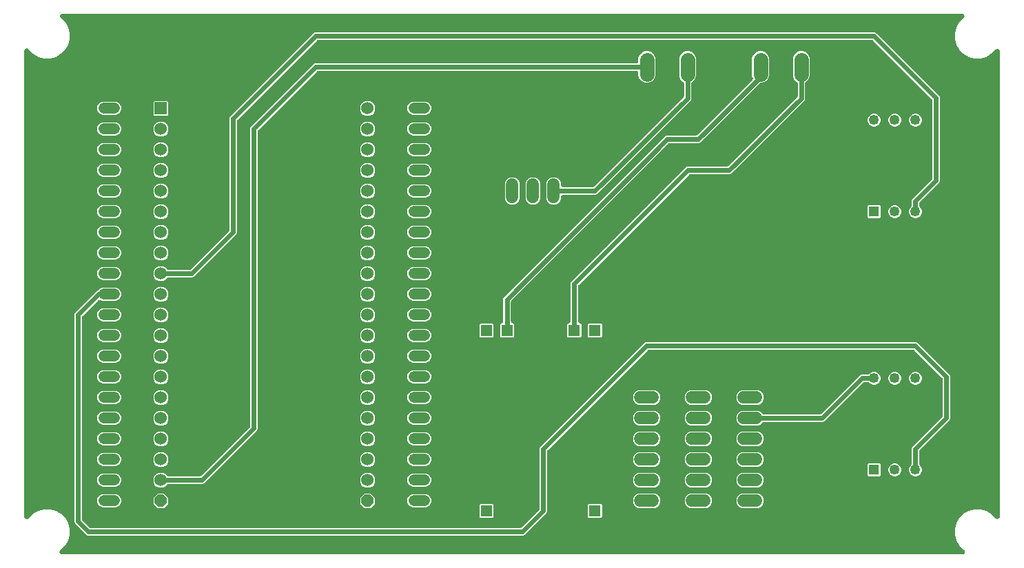
<source format=gbr>
G04 EAGLE Gerber RS-274X export*
G75*
%MOMM*%
%FSLAX34Y34*%
%LPD*%
%INBottom Copper*%
%IPPOS*%
%AMOC8*
5,1,8,0,0,1.08239X$1,22.5*%
G01*
%ADD10R,1.408000X1.408000*%
%ADD11R,1.530000X1.530000*%
%ADD12C,1.530000*%
%ADD13C,1.320800*%
%ADD14P,1.649562X8X22.500000*%
%ADD15C,1.790700*%
%ADD16C,1.524000*%
%ADD17R,1.251000X1.251000*%
%ADD18C,1.251000*%
%ADD19C,0.609600*%

G36*
X1162988Y-27924D02*
X1162988Y-27924D01*
X1163177Y-27916D01*
X1163233Y-27904D01*
X1163290Y-27899D01*
X1163475Y-27854D01*
X1163660Y-27815D01*
X1163714Y-27794D01*
X1163769Y-27781D01*
X1163944Y-27706D01*
X1164121Y-27637D01*
X1164170Y-27609D01*
X1164222Y-27586D01*
X1164382Y-27484D01*
X1164546Y-27388D01*
X1164590Y-27352D01*
X1164638Y-27321D01*
X1164780Y-27194D01*
X1164926Y-27073D01*
X1164964Y-27030D01*
X1165006Y-26992D01*
X1165126Y-26844D01*
X1165250Y-26701D01*
X1165280Y-26653D01*
X1165316Y-26608D01*
X1165410Y-26444D01*
X1165510Y-26282D01*
X1165532Y-26229D01*
X1165560Y-26180D01*
X1165626Y-26001D01*
X1165699Y-25826D01*
X1165712Y-25771D01*
X1165732Y-25717D01*
X1165768Y-25531D01*
X1165812Y-25346D01*
X1165816Y-25289D01*
X1165826Y-25233D01*
X1165832Y-25043D01*
X1165845Y-24854D01*
X1165840Y-24797D01*
X1165842Y-24740D01*
X1165817Y-24552D01*
X1165799Y-24362D01*
X1165785Y-24307D01*
X1165777Y-24251D01*
X1165722Y-24069D01*
X1165674Y-23885D01*
X1165651Y-23833D01*
X1165635Y-23779D01*
X1165551Y-23608D01*
X1165474Y-23434D01*
X1165443Y-23386D01*
X1165418Y-23335D01*
X1165308Y-23181D01*
X1165204Y-23022D01*
X1165165Y-22979D01*
X1165132Y-22933D01*
X1164999Y-22798D01*
X1164871Y-22658D01*
X1164834Y-22631D01*
X1164786Y-22582D01*
X1164387Y-22292D01*
X1164347Y-22271D01*
X1164322Y-22253D01*
X1164116Y-22134D01*
X1158966Y-16984D01*
X1155324Y-10677D01*
X1153439Y-3642D01*
X1153439Y3642D01*
X1155324Y10677D01*
X1158966Y16984D01*
X1164116Y22134D01*
X1170423Y25776D01*
X1177458Y27661D01*
X1184742Y27661D01*
X1191777Y25776D01*
X1198084Y22134D01*
X1203456Y16762D01*
X1203485Y16737D01*
X1203511Y16709D01*
X1203673Y16578D01*
X1203832Y16442D01*
X1203865Y16423D01*
X1203895Y16399D01*
X1204076Y16296D01*
X1204255Y16188D01*
X1204290Y16174D01*
X1204323Y16155D01*
X1204519Y16082D01*
X1204713Y16005D01*
X1204750Y15996D01*
X1204786Y15983D01*
X1204991Y15943D01*
X1205195Y15898D01*
X1205233Y15896D01*
X1205270Y15889D01*
X1205478Y15882D01*
X1205687Y15870D01*
X1205725Y15874D01*
X1205763Y15873D01*
X1205970Y15900D01*
X1206178Y15923D01*
X1206214Y15933D01*
X1206252Y15938D01*
X1206452Y15998D01*
X1206653Y16053D01*
X1206688Y16069D01*
X1206725Y16080D01*
X1206912Y16172D01*
X1207102Y16259D01*
X1207134Y16280D01*
X1207168Y16297D01*
X1207337Y16417D01*
X1207511Y16534D01*
X1207539Y16560D01*
X1207570Y16582D01*
X1207718Y16729D01*
X1207871Y16872D01*
X1207894Y16902D01*
X1207921Y16929D01*
X1208044Y17098D01*
X1208171Y17264D01*
X1208189Y17297D01*
X1208211Y17328D01*
X1208305Y17514D01*
X1208404Y17698D01*
X1208417Y17734D01*
X1208434Y17768D01*
X1208496Y17967D01*
X1208564Y18165D01*
X1208570Y18202D01*
X1208582Y18239D01*
X1208592Y18331D01*
X1208647Y18651D01*
X1208648Y18823D01*
X1208658Y18917D01*
X1208658Y590683D01*
X1208655Y590721D01*
X1208657Y590759D01*
X1208654Y590791D01*
X1208654Y590805D01*
X1208644Y590881D01*
X1208635Y590967D01*
X1208618Y591175D01*
X1208609Y591212D01*
X1208605Y591250D01*
X1208550Y591451D01*
X1208500Y591654D01*
X1208485Y591689D01*
X1208474Y591726D01*
X1208387Y591916D01*
X1208305Y592107D01*
X1208285Y592139D01*
X1208269Y592174D01*
X1208152Y592348D01*
X1208040Y592523D01*
X1208015Y592552D01*
X1207993Y592583D01*
X1207850Y592735D01*
X1207711Y592891D01*
X1207682Y592915D01*
X1207656Y592943D01*
X1207490Y593070D01*
X1207327Y593201D01*
X1207294Y593220D01*
X1207264Y593243D01*
X1207080Y593342D01*
X1206899Y593445D01*
X1206863Y593458D01*
X1206829Y593476D01*
X1206632Y593544D01*
X1206436Y593617D01*
X1206399Y593624D01*
X1206363Y593636D01*
X1206156Y593672D01*
X1205952Y593711D01*
X1205914Y593713D01*
X1205876Y593719D01*
X1205667Y593720D01*
X1205459Y593727D01*
X1205421Y593722D01*
X1205383Y593722D01*
X1205176Y593690D01*
X1204970Y593662D01*
X1204933Y593651D01*
X1204896Y593645D01*
X1204697Y593580D01*
X1204498Y593520D01*
X1204463Y593503D01*
X1204427Y593491D01*
X1204242Y593395D01*
X1204054Y593303D01*
X1204023Y593281D01*
X1203989Y593263D01*
X1203917Y593205D01*
X1203760Y593094D01*
X1203740Y593082D01*
X1203732Y593074D01*
X1203652Y593018D01*
X1203530Y592897D01*
X1203456Y592838D01*
X1198084Y587466D01*
X1191777Y583824D01*
X1184742Y581939D01*
X1177458Y581939D01*
X1170423Y583824D01*
X1164116Y587466D01*
X1158966Y592616D01*
X1155324Y598923D01*
X1153439Y605958D01*
X1153439Y613242D01*
X1155324Y620277D01*
X1158966Y626584D01*
X1164338Y631956D01*
X1164363Y631985D01*
X1164391Y632011D01*
X1164522Y632173D01*
X1164658Y632332D01*
X1164677Y632365D01*
X1164701Y632395D01*
X1164804Y632576D01*
X1164912Y632755D01*
X1164926Y632790D01*
X1164945Y632823D01*
X1165018Y633019D01*
X1165095Y633213D01*
X1165104Y633250D01*
X1165117Y633286D01*
X1165157Y633491D01*
X1165202Y633695D01*
X1165204Y633733D01*
X1165211Y633770D01*
X1165218Y633978D01*
X1165230Y634187D01*
X1165226Y634225D01*
X1165227Y634263D01*
X1165200Y634470D01*
X1165177Y634678D01*
X1165167Y634714D01*
X1165162Y634752D01*
X1165102Y634952D01*
X1165047Y635153D01*
X1165031Y635188D01*
X1165020Y635225D01*
X1164928Y635412D01*
X1164841Y635602D01*
X1164820Y635634D01*
X1164803Y635668D01*
X1164683Y635837D01*
X1164566Y636011D01*
X1164540Y636039D01*
X1164518Y636070D01*
X1164371Y636218D01*
X1164228Y636371D01*
X1164198Y636394D01*
X1164171Y636421D01*
X1164002Y636544D01*
X1163836Y636671D01*
X1163803Y636689D01*
X1163772Y636711D01*
X1163586Y636805D01*
X1163402Y636904D01*
X1163366Y636917D01*
X1163332Y636934D01*
X1163133Y636996D01*
X1162935Y637064D01*
X1162898Y637070D01*
X1162861Y637082D01*
X1162769Y637092D01*
X1162449Y637147D01*
X1162277Y637148D01*
X1162183Y637158D01*
X57017Y637158D01*
X56979Y637155D01*
X56941Y637157D01*
X56733Y637135D01*
X56525Y637118D01*
X56488Y637109D01*
X56450Y637105D01*
X56249Y637050D01*
X56046Y637000D01*
X56011Y636985D01*
X55974Y636974D01*
X55784Y636887D01*
X55593Y636805D01*
X55561Y636785D01*
X55526Y636769D01*
X55352Y636652D01*
X55177Y636540D01*
X55148Y636515D01*
X55117Y636493D01*
X54965Y636350D01*
X54809Y636211D01*
X54785Y636182D01*
X54757Y636156D01*
X54630Y635990D01*
X54499Y635827D01*
X54480Y635794D01*
X54457Y635764D01*
X54358Y635580D01*
X54255Y635399D01*
X54242Y635363D01*
X54224Y635329D01*
X54156Y635132D01*
X54083Y634936D01*
X54076Y634899D01*
X54064Y634863D01*
X54028Y634656D01*
X53989Y634452D01*
X53987Y634414D01*
X53981Y634376D01*
X53980Y634167D01*
X53973Y633959D01*
X53978Y633921D01*
X53978Y633883D01*
X54010Y633676D01*
X54038Y633470D01*
X54049Y633433D01*
X54055Y633396D01*
X54120Y633197D01*
X54180Y632998D01*
X54197Y632963D01*
X54209Y632927D01*
X54305Y632742D01*
X54397Y632554D01*
X54419Y632523D01*
X54437Y632489D01*
X54495Y632417D01*
X54682Y632152D01*
X54803Y632030D01*
X54862Y631956D01*
X60234Y626584D01*
X63876Y620277D01*
X65761Y613242D01*
X65761Y605958D01*
X63876Y598923D01*
X60234Y592616D01*
X55084Y587466D01*
X48777Y583824D01*
X41742Y581939D01*
X34458Y581939D01*
X27423Y583824D01*
X21116Y587466D01*
X15966Y592616D01*
X15847Y592822D01*
X15739Y592978D01*
X15637Y593138D01*
X15599Y593181D01*
X15567Y593228D01*
X15435Y593365D01*
X15308Y593506D01*
X15264Y593542D01*
X15224Y593583D01*
X15072Y593697D01*
X14924Y593816D01*
X14875Y593844D01*
X14829Y593878D01*
X14660Y593966D01*
X14496Y594060D01*
X14442Y594080D01*
X14392Y594106D01*
X14211Y594166D01*
X14033Y594232D01*
X13977Y594243D01*
X13923Y594260D01*
X13735Y594290D01*
X13549Y594326D01*
X13492Y594328D01*
X13436Y594337D01*
X13245Y594336D01*
X13056Y594342D01*
X12999Y594334D01*
X12942Y594334D01*
X12755Y594302D01*
X12567Y594277D01*
X12512Y594261D01*
X12456Y594251D01*
X12276Y594190D01*
X12094Y594135D01*
X12043Y594110D01*
X11989Y594091D01*
X11822Y594002D01*
X11651Y593918D01*
X11605Y593885D01*
X11555Y593858D01*
X11404Y593743D01*
X11249Y593632D01*
X11208Y593592D01*
X11163Y593558D01*
X11033Y593419D01*
X10898Y593286D01*
X10865Y593240D01*
X10826Y593198D01*
X10719Y593040D01*
X10608Y592887D01*
X10582Y592836D01*
X10550Y592789D01*
X10471Y592616D01*
X10385Y592447D01*
X10368Y592392D01*
X10344Y592340D01*
X10294Y592157D01*
X10237Y591976D01*
X10232Y591931D01*
X10214Y591865D01*
X10162Y591374D01*
X10164Y591329D01*
X10161Y591298D01*
X10161Y18302D01*
X10176Y18112D01*
X10184Y17923D01*
X10196Y17867D01*
X10201Y17810D01*
X10246Y17625D01*
X10285Y17440D01*
X10306Y17386D01*
X10319Y17331D01*
X10394Y17156D01*
X10463Y16979D01*
X10491Y16930D01*
X10514Y16878D01*
X10616Y16718D01*
X10712Y16554D01*
X10748Y16510D01*
X10779Y16462D01*
X10906Y16320D01*
X11027Y16174D01*
X11070Y16136D01*
X11108Y16094D01*
X11256Y15974D01*
X11399Y15850D01*
X11447Y15820D01*
X11492Y15784D01*
X11656Y15690D01*
X11818Y15590D01*
X11871Y15568D01*
X11920Y15540D01*
X12099Y15474D01*
X12274Y15401D01*
X12329Y15388D01*
X12383Y15368D01*
X12569Y15332D01*
X12754Y15288D01*
X12811Y15284D01*
X12867Y15274D01*
X13057Y15268D01*
X13246Y15255D01*
X13303Y15260D01*
X13360Y15258D01*
X13548Y15283D01*
X13738Y15301D01*
X13793Y15315D01*
X13849Y15323D01*
X14031Y15378D01*
X14215Y15426D01*
X14267Y15449D01*
X14321Y15465D01*
X14492Y15549D01*
X14666Y15626D01*
X14714Y15657D01*
X14765Y15682D01*
X14919Y15792D01*
X15078Y15896D01*
X15121Y15935D01*
X15167Y15968D01*
X15302Y16101D01*
X15442Y16229D01*
X15469Y16266D01*
X15518Y16314D01*
X15808Y16713D01*
X15829Y16753D01*
X15847Y16778D01*
X15966Y16984D01*
X21116Y22134D01*
X27423Y25776D01*
X34458Y27661D01*
X41742Y27661D01*
X48777Y25776D01*
X55084Y22134D01*
X60234Y16984D01*
X63876Y10677D01*
X65761Y3642D01*
X65761Y-3642D01*
X63876Y-10677D01*
X60234Y-16984D01*
X55084Y-22134D01*
X54878Y-22253D01*
X54722Y-22361D01*
X54562Y-22463D01*
X54519Y-22501D01*
X54472Y-22533D01*
X54335Y-22665D01*
X54194Y-22792D01*
X54158Y-22836D01*
X54117Y-22876D01*
X54003Y-23028D01*
X53884Y-23176D01*
X53856Y-23225D01*
X53822Y-23271D01*
X53734Y-23440D01*
X53640Y-23604D01*
X53620Y-23658D01*
X53594Y-23708D01*
X53534Y-23889D01*
X53468Y-24067D01*
X53457Y-24123D01*
X53440Y-24177D01*
X53410Y-24365D01*
X53374Y-24551D01*
X53372Y-24608D01*
X53363Y-24664D01*
X53364Y-24855D01*
X53358Y-25044D01*
X53366Y-25101D01*
X53366Y-25158D01*
X53398Y-25345D01*
X53423Y-25533D01*
X53439Y-25588D01*
X53449Y-25644D01*
X53510Y-25824D01*
X53565Y-26006D01*
X53590Y-26057D01*
X53609Y-26111D01*
X53698Y-26278D01*
X53782Y-26449D01*
X53815Y-26495D01*
X53842Y-26545D01*
X53957Y-26696D01*
X54068Y-26851D01*
X54108Y-26892D01*
X54142Y-26937D01*
X54281Y-27067D01*
X54414Y-27202D01*
X54460Y-27235D01*
X54502Y-27274D01*
X54660Y-27381D01*
X54813Y-27492D01*
X54864Y-27518D01*
X54911Y-27550D01*
X55084Y-27629D01*
X55253Y-27715D01*
X55308Y-27732D01*
X55360Y-27756D01*
X55543Y-27806D01*
X55724Y-27863D01*
X55769Y-27868D01*
X55835Y-27886D01*
X56326Y-27938D01*
X56371Y-27936D01*
X56402Y-27939D01*
X1162798Y-27939D01*
X1162988Y-27924D01*
G37*
%LPC*%
G36*
X87990Y-4573D02*
X87990Y-4573D01*
X86310Y-3877D01*
X72323Y10110D01*
X71627Y11790D01*
X71627Y267610D01*
X72323Y269290D01*
X97295Y294262D01*
X99010Y295977D01*
X100271Y296499D01*
X100280Y296504D01*
X100289Y296507D01*
X100498Y296615D01*
X100710Y296724D01*
X100718Y296730D01*
X100727Y296734D01*
X100758Y296759D01*
X101107Y297017D01*
X101199Y297111D01*
X101260Y297160D01*
X103091Y298991D01*
X106079Y300229D01*
X122521Y300229D01*
X125509Y298991D01*
X127795Y296705D01*
X129033Y293717D01*
X129033Y290483D01*
X127795Y287495D01*
X125509Y285209D01*
X122521Y283971D01*
X106079Y283971D01*
X103618Y284991D01*
X103411Y285057D01*
X103203Y285129D01*
X103175Y285133D01*
X103148Y285142D01*
X102933Y285174D01*
X102717Y285211D01*
X102689Y285211D01*
X102660Y285216D01*
X102443Y285213D01*
X102224Y285214D01*
X102196Y285210D01*
X102167Y285209D01*
X101952Y285172D01*
X101736Y285138D01*
X101709Y285129D01*
X101681Y285124D01*
X101476Y285052D01*
X101268Y284983D01*
X101243Y284970D01*
X101216Y284961D01*
X101024Y284857D01*
X100830Y284755D01*
X100812Y284741D01*
X100782Y284725D01*
X100393Y284422D01*
X100338Y284363D01*
X100297Y284330D01*
X81665Y265698D01*
X81591Y265611D01*
X81510Y265531D01*
X81432Y265424D01*
X81346Y265322D01*
X81287Y265225D01*
X81220Y265132D01*
X81160Y265014D01*
X81091Y264900D01*
X81049Y264794D01*
X80997Y264692D01*
X80957Y264565D01*
X80908Y264442D01*
X80883Y264331D01*
X80849Y264221D01*
X80839Y264128D01*
X80801Y263960D01*
X80783Y263636D01*
X80773Y263544D01*
X80773Y15856D01*
X80782Y15743D01*
X80781Y15628D01*
X80802Y15497D01*
X80813Y15365D01*
X80840Y15254D01*
X80858Y15141D01*
X80899Y15015D01*
X80931Y14886D01*
X80976Y14781D01*
X81012Y14672D01*
X81074Y14554D01*
X81126Y14432D01*
X81187Y14336D01*
X81240Y14235D01*
X81299Y14161D01*
X81391Y14016D01*
X81607Y13774D01*
X81665Y13702D01*
X89902Y5465D01*
X89989Y5391D01*
X90069Y5310D01*
X90176Y5232D01*
X90278Y5146D01*
X90375Y5087D01*
X90468Y5020D01*
X90586Y4960D01*
X90700Y4891D01*
X90806Y4849D01*
X90908Y4797D01*
X91035Y4757D01*
X91158Y4708D01*
X91269Y4683D01*
X91379Y4649D01*
X91472Y4639D01*
X91640Y4601D01*
X91964Y4583D01*
X92056Y4573D01*
X619144Y4573D01*
X619257Y4582D01*
X619372Y4581D01*
X619503Y4602D01*
X619635Y4613D01*
X619746Y4640D01*
X619859Y4658D01*
X619985Y4699D01*
X620114Y4731D01*
X620219Y4776D01*
X620328Y4812D01*
X620446Y4874D01*
X620568Y4926D01*
X620664Y4987D01*
X620765Y5040D01*
X620839Y5099D01*
X620984Y5191D01*
X621226Y5407D01*
X621298Y5465D01*
X642235Y26402D01*
X642309Y26489D01*
X642390Y26569D01*
X642468Y26676D01*
X642554Y26778D01*
X642613Y26875D01*
X642680Y26968D01*
X642740Y27086D01*
X642809Y27200D01*
X642851Y27306D01*
X642903Y27408D01*
X642943Y27535D01*
X642992Y27658D01*
X643017Y27769D01*
X643051Y27879D01*
X643061Y27972D01*
X643099Y28140D01*
X643117Y28464D01*
X643127Y28556D01*
X643127Y102510D01*
X643823Y104190D01*
X772110Y232477D01*
X773790Y233173D01*
X1105810Y233173D01*
X1107490Y232477D01*
X1146877Y193090D01*
X1147573Y191410D01*
X1147573Y138790D01*
X1146877Y137110D01*
X1110365Y100598D01*
X1110291Y100511D01*
X1110210Y100431D01*
X1110132Y100324D01*
X1110046Y100222D01*
X1109987Y100125D01*
X1109920Y100032D01*
X1109860Y99914D01*
X1109791Y99800D01*
X1109749Y99694D01*
X1109697Y99592D01*
X1109657Y99465D01*
X1109608Y99342D01*
X1109583Y99231D01*
X1109549Y99121D01*
X1109539Y99028D01*
X1109501Y98860D01*
X1109483Y98536D01*
X1109473Y98444D01*
X1109473Y83892D01*
X1109482Y83778D01*
X1109481Y83664D01*
X1109502Y83532D01*
X1109513Y83400D01*
X1109540Y83289D01*
X1109558Y83176D01*
X1109599Y83050D01*
X1109631Y82921D01*
X1109676Y82816D01*
X1109712Y82708D01*
X1109774Y82590D01*
X1109826Y82468D01*
X1109887Y82372D01*
X1109940Y82270D01*
X1109999Y82197D01*
X1110091Y82052D01*
X1110307Y81810D01*
X1110365Y81737D01*
X1111495Y80607D01*
X1112680Y77748D01*
X1112680Y74652D01*
X1111495Y71793D01*
X1109307Y69605D01*
X1106448Y68420D01*
X1103352Y68420D01*
X1100493Y69605D01*
X1098305Y71793D01*
X1097120Y74652D01*
X1097120Y77748D01*
X1098305Y80607D01*
X1099435Y81737D01*
X1099509Y81824D01*
X1099590Y81904D01*
X1099668Y82012D01*
X1099754Y82113D01*
X1099813Y82211D01*
X1099880Y82303D01*
X1099940Y82421D01*
X1100009Y82535D01*
X1100051Y82642D01*
X1100103Y82743D01*
X1100143Y82870D01*
X1100192Y82994D01*
X1100217Y83105D01*
X1100251Y83214D01*
X1100261Y83307D01*
X1100299Y83475D01*
X1100317Y83799D01*
X1100327Y83892D01*
X1100327Y102510D01*
X1101023Y104190D01*
X1137535Y140702D01*
X1137609Y140789D01*
X1137690Y140869D01*
X1137768Y140976D01*
X1137854Y141078D01*
X1137913Y141175D01*
X1137980Y141268D01*
X1138040Y141386D01*
X1138109Y141500D01*
X1138151Y141606D01*
X1138203Y141708D01*
X1138243Y141835D01*
X1138292Y141958D01*
X1138317Y142069D01*
X1138351Y142179D01*
X1138361Y142272D01*
X1138399Y142440D01*
X1138417Y142764D01*
X1138427Y142856D01*
X1138427Y187344D01*
X1138418Y187457D01*
X1138419Y187572D01*
X1138398Y187703D01*
X1138387Y187835D01*
X1138360Y187946D01*
X1138342Y188059D01*
X1138301Y188185D01*
X1138269Y188314D01*
X1138224Y188419D01*
X1138188Y188528D01*
X1138126Y188646D01*
X1138074Y188768D01*
X1138013Y188864D01*
X1137960Y188965D01*
X1137901Y189039D01*
X1137809Y189184D01*
X1137593Y189426D01*
X1137535Y189498D01*
X1103898Y223135D01*
X1103811Y223209D01*
X1103731Y223290D01*
X1103624Y223368D01*
X1103522Y223454D01*
X1103425Y223513D01*
X1103332Y223580D01*
X1103214Y223640D01*
X1103100Y223709D01*
X1102994Y223751D01*
X1102892Y223803D01*
X1102765Y223843D01*
X1102642Y223892D01*
X1102531Y223917D01*
X1102421Y223951D01*
X1102328Y223961D01*
X1102160Y223999D01*
X1101836Y224017D01*
X1101744Y224027D01*
X777856Y224027D01*
X777743Y224018D01*
X777628Y224019D01*
X777497Y223998D01*
X777365Y223987D01*
X777254Y223960D01*
X777141Y223942D01*
X777015Y223901D01*
X776886Y223869D01*
X776781Y223824D01*
X776672Y223788D01*
X776554Y223726D01*
X776432Y223674D01*
X776336Y223613D01*
X776235Y223560D01*
X776161Y223501D01*
X776016Y223409D01*
X775774Y223193D01*
X775702Y223135D01*
X653165Y100598D01*
X653091Y100511D01*
X653010Y100431D01*
X652932Y100324D01*
X652846Y100222D01*
X652787Y100125D01*
X652720Y100032D01*
X652660Y99914D01*
X652591Y99800D01*
X652549Y99694D01*
X652497Y99592D01*
X652457Y99465D01*
X652408Y99342D01*
X652383Y99231D01*
X652349Y99121D01*
X652339Y99028D01*
X652301Y98860D01*
X652283Y98536D01*
X652273Y98444D01*
X652273Y24490D01*
X651577Y22810D01*
X626605Y-2162D01*
X624890Y-3877D01*
X623210Y-4573D01*
X87990Y-4573D01*
G37*
%LPD*%
%LPC*%
G36*
X175975Y308225D02*
X175975Y308225D01*
X172603Y309622D01*
X170022Y312203D01*
X168625Y315575D01*
X168625Y319225D01*
X170022Y322597D01*
X172603Y325178D01*
X175975Y326575D01*
X179625Y326575D01*
X182997Y325178D01*
X185310Y322865D01*
X185397Y322791D01*
X185477Y322710D01*
X185584Y322632D01*
X185686Y322546D01*
X185784Y322487D01*
X185876Y322420D01*
X185994Y322360D01*
X186108Y322291D01*
X186214Y322249D01*
X186316Y322197D01*
X186443Y322157D01*
X186566Y322108D01*
X186678Y322083D01*
X186787Y322049D01*
X186880Y322039D01*
X187048Y322001D01*
X187372Y321983D01*
X187465Y321973D01*
X212644Y321973D01*
X212757Y321982D01*
X212872Y321981D01*
X213003Y322002D01*
X213135Y322013D01*
X213246Y322040D01*
X213359Y322058D01*
X213485Y322099D01*
X213614Y322131D01*
X213719Y322176D01*
X213828Y322212D01*
X213946Y322274D01*
X214068Y322326D01*
X214164Y322387D01*
X214265Y322440D01*
X214339Y322499D01*
X214484Y322591D01*
X214726Y322807D01*
X214798Y322865D01*
X261235Y369302D01*
X261309Y369389D01*
X261390Y369469D01*
X261468Y369576D01*
X261554Y369678D01*
X261613Y369775D01*
X261680Y369868D01*
X261740Y369986D01*
X261809Y370100D01*
X261851Y370206D01*
X261903Y370308D01*
X261943Y370435D01*
X261992Y370558D01*
X262017Y370669D01*
X262051Y370779D01*
X262061Y370872D01*
X262099Y371040D01*
X262117Y371364D01*
X262127Y371456D01*
X262127Y508910D01*
X262823Y510590D01*
X365710Y613477D01*
X367390Y614173D01*
X1055010Y614173D01*
X1056690Y613477D01*
X1134177Y535990D01*
X1134873Y534310D01*
X1134873Y430890D01*
X1134177Y429210D01*
X1110365Y405398D01*
X1110291Y405311D01*
X1110210Y405231D01*
X1110132Y405124D01*
X1110046Y405022D01*
X1109987Y404925D01*
X1109920Y404832D01*
X1109860Y404714D01*
X1109791Y404600D01*
X1109749Y404494D01*
X1109697Y404392D01*
X1109657Y404265D01*
X1109608Y404142D01*
X1109583Y404031D01*
X1109549Y403921D01*
X1109539Y403828D01*
X1109501Y403660D01*
X1109483Y403336D01*
X1109473Y403244D01*
X1109473Y401392D01*
X1109482Y401278D01*
X1109481Y401164D01*
X1109502Y401032D01*
X1109513Y400900D01*
X1109540Y400789D01*
X1109558Y400676D01*
X1109599Y400550D01*
X1109631Y400421D01*
X1109676Y400316D01*
X1109712Y400208D01*
X1109773Y400090D01*
X1109826Y399968D01*
X1109887Y399871D01*
X1109940Y399770D01*
X1109999Y399697D01*
X1110091Y399552D01*
X1110307Y399310D01*
X1110365Y399237D01*
X1111495Y398107D01*
X1112680Y395248D01*
X1112680Y392152D01*
X1111495Y389293D01*
X1109307Y387105D01*
X1106448Y385920D01*
X1103352Y385920D01*
X1100493Y387105D01*
X1098305Y389293D01*
X1097120Y392152D01*
X1097120Y395248D01*
X1098305Y398107D01*
X1099435Y399237D01*
X1099509Y399324D01*
X1099590Y399404D01*
X1099668Y399512D01*
X1099754Y399613D01*
X1099813Y399711D01*
X1099880Y399803D01*
X1099940Y399922D01*
X1100009Y400035D01*
X1100051Y400142D01*
X1100103Y400243D01*
X1100143Y400370D01*
X1100192Y400494D01*
X1100217Y400605D01*
X1100251Y400714D01*
X1100261Y400807D01*
X1100299Y400975D01*
X1100317Y401299D01*
X1100327Y401392D01*
X1100327Y407310D01*
X1101023Y408990D01*
X1124835Y432802D01*
X1124909Y432889D01*
X1124990Y432969D01*
X1125068Y433076D01*
X1125154Y433178D01*
X1125213Y433275D01*
X1125280Y433368D01*
X1125340Y433486D01*
X1125409Y433600D01*
X1125451Y433706D01*
X1125503Y433808D01*
X1125543Y433935D01*
X1125592Y434058D01*
X1125617Y434169D01*
X1125651Y434279D01*
X1125661Y434372D01*
X1125699Y434540D01*
X1125717Y434864D01*
X1125727Y434956D01*
X1125727Y530244D01*
X1125718Y530357D01*
X1125719Y530472D01*
X1125698Y530603D01*
X1125687Y530735D01*
X1125660Y530846D01*
X1125642Y530959D01*
X1125601Y531085D01*
X1125569Y531214D01*
X1125524Y531319D01*
X1125488Y531428D01*
X1125426Y531546D01*
X1125374Y531668D01*
X1125313Y531764D01*
X1125260Y531865D01*
X1125201Y531939D01*
X1125109Y532084D01*
X1124893Y532326D01*
X1124835Y532398D01*
X1053098Y604135D01*
X1053011Y604209D01*
X1052931Y604290D01*
X1052824Y604368D01*
X1052722Y604454D01*
X1052625Y604513D01*
X1052532Y604580D01*
X1052414Y604640D01*
X1052300Y604709D01*
X1052194Y604751D01*
X1052092Y604803D01*
X1051965Y604843D01*
X1051842Y604892D01*
X1051731Y604917D01*
X1051621Y604951D01*
X1051528Y604961D01*
X1051360Y604999D01*
X1051036Y605017D01*
X1050944Y605027D01*
X371456Y605027D01*
X371343Y605018D01*
X371228Y605019D01*
X371097Y604998D01*
X370965Y604987D01*
X370854Y604960D01*
X370741Y604942D01*
X370615Y604901D01*
X370486Y604869D01*
X370381Y604824D01*
X370272Y604788D01*
X370154Y604726D01*
X370032Y604674D01*
X369936Y604613D01*
X369835Y604560D01*
X369761Y604501D01*
X369616Y604409D01*
X369374Y604193D01*
X369302Y604135D01*
X272165Y506998D01*
X272091Y506911D01*
X272010Y506831D01*
X271932Y506724D01*
X271846Y506622D01*
X271787Y506525D01*
X271720Y506432D01*
X271660Y506314D01*
X271591Y506200D01*
X271549Y506094D01*
X271497Y505992D01*
X271457Y505865D01*
X271408Y505742D01*
X271383Y505631D01*
X271349Y505521D01*
X271339Y505428D01*
X271301Y505260D01*
X271283Y504936D01*
X271273Y504844D01*
X271273Y367390D01*
X270577Y365710D01*
X218390Y313523D01*
X216710Y312827D01*
X187465Y312827D01*
X187351Y312818D01*
X187237Y312819D01*
X187105Y312798D01*
X186973Y312787D01*
X186862Y312760D01*
X186749Y312742D01*
X186623Y312701D01*
X186494Y312669D01*
X186389Y312624D01*
X186281Y312588D01*
X186163Y312526D01*
X186041Y312474D01*
X185944Y312413D01*
X185843Y312360D01*
X185769Y312301D01*
X185625Y312209D01*
X185382Y311993D01*
X185310Y311935D01*
X182997Y309622D01*
X179625Y308225D01*
X175975Y308225D01*
G37*
%LPD*%
%LPC*%
G36*
X175975Y54225D02*
X175975Y54225D01*
X172603Y55622D01*
X170022Y58203D01*
X168625Y61575D01*
X168625Y65225D01*
X170022Y68597D01*
X172603Y71178D01*
X175975Y72575D01*
X179625Y72575D01*
X182997Y71178D01*
X185210Y68965D01*
X185297Y68891D01*
X185377Y68810D01*
X185484Y68732D01*
X185586Y68646D01*
X185684Y68587D01*
X185776Y68520D01*
X185894Y68460D01*
X186008Y68391D01*
X186114Y68349D01*
X186216Y68297D01*
X186343Y68257D01*
X186466Y68208D01*
X186578Y68183D01*
X186687Y68149D01*
X186780Y68139D01*
X186948Y68101D01*
X187272Y68083D01*
X187365Y68073D01*
X225444Y68073D01*
X225557Y68082D01*
X225672Y68081D01*
X225803Y68102D01*
X225935Y68113D01*
X226046Y68140D01*
X226159Y68158D01*
X226285Y68199D01*
X226414Y68231D01*
X226519Y68276D01*
X226628Y68312D01*
X226746Y68374D01*
X226868Y68426D01*
X226964Y68487D01*
X227065Y68540D01*
X227139Y68599D01*
X227284Y68691D01*
X227526Y68907D01*
X227598Y68965D01*
X286635Y128002D01*
X286709Y128089D01*
X286790Y128169D01*
X286868Y128276D01*
X286954Y128378D01*
X287013Y128475D01*
X287080Y128568D01*
X287140Y128686D01*
X287209Y128800D01*
X287251Y128906D01*
X287303Y129008D01*
X287343Y129135D01*
X287392Y129258D01*
X287417Y129369D01*
X287451Y129479D01*
X287461Y129572D01*
X287499Y129740D01*
X287517Y130064D01*
X287527Y130156D01*
X287527Y496210D01*
X288223Y497890D01*
X365710Y575377D01*
X367390Y576073D01*
X761575Y576073D01*
X761651Y576079D01*
X761727Y576077D01*
X761896Y576099D01*
X762066Y576113D01*
X762140Y576131D01*
X762216Y576141D01*
X762379Y576190D01*
X762545Y576231D01*
X762615Y576261D01*
X762688Y576283D01*
X762842Y576359D01*
X762998Y576426D01*
X763063Y576467D01*
X763131Y576500D01*
X763271Y576599D01*
X763415Y576691D01*
X763471Y576742D01*
X763533Y576786D01*
X763655Y576906D01*
X763782Y577020D01*
X763830Y577079D01*
X763884Y577133D01*
X763985Y577271D01*
X764092Y577404D01*
X764130Y577470D01*
X764175Y577531D01*
X764252Y577684D01*
X764336Y577832D01*
X764363Y577904D01*
X764397Y577972D01*
X764448Y578134D01*
X764508Y578295D01*
X764523Y578370D01*
X764545Y578442D01*
X764557Y578547D01*
X764603Y578779D01*
X764610Y579015D01*
X764622Y579120D01*
X764622Y582538D01*
X766217Y586389D01*
X769165Y589337D01*
X773016Y590932D01*
X777184Y590932D01*
X781035Y589337D01*
X783983Y586389D01*
X785578Y582538D01*
X785578Y560462D01*
X783983Y556611D01*
X781035Y553663D01*
X777184Y552068D01*
X773016Y552068D01*
X769165Y553663D01*
X766217Y556611D01*
X764622Y560462D01*
X764622Y563880D01*
X764616Y563956D01*
X764618Y564032D01*
X764596Y564201D01*
X764582Y564372D01*
X764563Y564446D01*
X764554Y564521D01*
X764504Y564685D01*
X764463Y564851D01*
X764433Y564920D01*
X764411Y564994D01*
X764336Y565147D01*
X764269Y565304D01*
X764228Y565368D01*
X764194Y565437D01*
X764095Y565576D01*
X764004Y565720D01*
X763953Y565777D01*
X763909Y565839D01*
X763789Y565960D01*
X763675Y566088D01*
X763615Y566136D01*
X763562Y566190D01*
X763424Y566291D01*
X763291Y566398D01*
X763225Y566435D01*
X763163Y566480D01*
X763011Y566557D01*
X762862Y566642D01*
X762791Y566668D01*
X762723Y566703D01*
X762560Y566754D01*
X762400Y566813D01*
X762325Y566828D01*
X762252Y566851D01*
X762147Y566863D01*
X761916Y566908D01*
X761679Y566915D01*
X761575Y566927D01*
X371456Y566927D01*
X371343Y566918D01*
X371228Y566919D01*
X371097Y566898D01*
X370965Y566887D01*
X370854Y566860D01*
X370741Y566842D01*
X370615Y566801D01*
X370486Y566769D01*
X370381Y566724D01*
X370272Y566688D01*
X370154Y566626D01*
X370032Y566574D01*
X369936Y566513D01*
X369835Y566460D01*
X369761Y566401D01*
X369616Y566309D01*
X369374Y566093D01*
X369302Y566035D01*
X297565Y494298D01*
X297491Y494211D01*
X297410Y494131D01*
X297332Y494024D01*
X297246Y493922D01*
X297187Y493825D01*
X297120Y493732D01*
X297060Y493614D01*
X296991Y493500D01*
X296949Y493394D01*
X296897Y493292D01*
X296857Y493165D01*
X296808Y493042D01*
X296783Y492931D01*
X296749Y492821D01*
X296739Y492728D01*
X296701Y492560D01*
X296683Y492236D01*
X296673Y492144D01*
X296673Y126090D01*
X295977Y124410D01*
X231190Y59623D01*
X229510Y58927D01*
X187565Y58927D01*
X187451Y58918D01*
X187337Y58919D01*
X187205Y58898D01*
X187073Y58887D01*
X186962Y58860D01*
X186849Y58842D01*
X186723Y58801D01*
X186594Y58769D01*
X186489Y58724D01*
X186381Y58688D01*
X186263Y58626D01*
X186141Y58574D01*
X186044Y58513D01*
X185943Y58460D01*
X185869Y58401D01*
X185725Y58309D01*
X185482Y58093D01*
X185410Y58035D01*
X182997Y55622D01*
X179625Y54225D01*
X175975Y54225D01*
G37*
%LPD*%
%LPC*%
G36*
X595578Y239085D02*
X595578Y239085D01*
X594685Y239978D01*
X594685Y255322D01*
X595578Y256215D01*
X595630Y256215D01*
X595706Y256221D01*
X595782Y256219D01*
X595951Y256241D01*
X596122Y256255D01*
X596196Y256273D01*
X596271Y256283D01*
X596435Y256332D01*
X596601Y256373D01*
X596670Y256403D01*
X596744Y256425D01*
X596897Y256501D01*
X597054Y256568D01*
X597118Y256609D01*
X597187Y256642D01*
X597326Y256741D01*
X597470Y256833D01*
X597527Y256884D01*
X597589Y256928D01*
X597710Y257048D01*
X597838Y257162D01*
X597886Y257221D01*
X597940Y257275D01*
X598041Y257413D01*
X598148Y257546D01*
X598185Y257612D01*
X598230Y257673D01*
X598307Y257826D01*
X598392Y257974D01*
X598418Y258046D01*
X598453Y258114D01*
X598504Y258277D01*
X598563Y258437D01*
X598578Y258512D01*
X598601Y258584D01*
X598613Y258689D01*
X598658Y258921D01*
X598665Y259157D01*
X598677Y259262D01*
X598677Y286660D01*
X599373Y288340D01*
X797510Y486477D01*
X799190Y487173D01*
X835044Y487173D01*
X835157Y487182D01*
X835272Y487181D01*
X835403Y487202D01*
X835535Y487213D01*
X835646Y487240D01*
X835759Y487258D01*
X835885Y487299D01*
X836014Y487331D01*
X836119Y487376D01*
X836228Y487412D01*
X836346Y487474D01*
X836468Y487526D01*
X836564Y487587D01*
X836665Y487640D01*
X836739Y487699D01*
X836884Y487791D01*
X837126Y488007D01*
X837198Y488065D01*
X904427Y555293D01*
X904567Y555459D01*
X904713Y555624D01*
X904728Y555648D01*
X904746Y555669D01*
X904859Y555856D01*
X904975Y556041D01*
X904986Y556068D01*
X905001Y556092D01*
X905082Y556295D01*
X905167Y556496D01*
X905173Y556524D01*
X905184Y556550D01*
X905231Y556763D01*
X905282Y556976D01*
X905284Y557004D01*
X905291Y557032D01*
X905303Y557250D01*
X905319Y557468D01*
X905317Y557496D01*
X905318Y557524D01*
X905295Y557742D01*
X905276Y557959D01*
X905270Y557982D01*
X905266Y558015D01*
X905135Y558491D01*
X905102Y558564D01*
X905087Y558614D01*
X904322Y560462D01*
X904322Y582538D01*
X905917Y586389D01*
X908865Y589337D01*
X912716Y590932D01*
X916884Y590932D01*
X920735Y589337D01*
X923683Y586389D01*
X925278Y582538D01*
X925278Y560462D01*
X923683Y556611D01*
X920735Y553663D01*
X916884Y552068D01*
X915397Y552068D01*
X915284Y552059D01*
X915169Y552060D01*
X915038Y552039D01*
X914906Y552028D01*
X914795Y552001D01*
X914682Y551983D01*
X914556Y551942D01*
X914427Y551910D01*
X914322Y551865D01*
X914213Y551829D01*
X914095Y551767D01*
X913973Y551715D01*
X913877Y551654D01*
X913776Y551601D01*
X913702Y551542D01*
X913557Y551450D01*
X913315Y551234D01*
X913243Y551176D01*
X840790Y478723D01*
X839110Y478027D01*
X803256Y478027D01*
X803143Y478018D01*
X803028Y478019D01*
X802897Y477998D01*
X802765Y477987D01*
X802654Y477960D01*
X802541Y477942D01*
X802415Y477901D01*
X802286Y477869D01*
X802181Y477824D01*
X802072Y477788D01*
X801954Y477726D01*
X801832Y477674D01*
X801736Y477613D01*
X801635Y477560D01*
X801561Y477501D01*
X801416Y477409D01*
X801174Y477193D01*
X801102Y477135D01*
X608715Y284748D01*
X608641Y284661D01*
X608560Y284581D01*
X608482Y284474D01*
X608396Y284372D01*
X608337Y284275D01*
X608270Y284182D01*
X608210Y284064D01*
X608141Y283950D01*
X608099Y283844D01*
X608047Y283742D01*
X608007Y283615D01*
X607958Y283492D01*
X607933Y283381D01*
X607899Y283271D01*
X607889Y283178D01*
X607851Y283010D01*
X607833Y282686D01*
X607823Y282594D01*
X607823Y259262D01*
X607829Y259186D01*
X607827Y259110D01*
X607849Y258941D01*
X607863Y258770D01*
X607881Y258696D01*
X607891Y258621D01*
X607940Y258457D01*
X607981Y258291D01*
X608011Y258222D01*
X608033Y258148D01*
X608109Y257995D01*
X608176Y257838D01*
X608217Y257774D01*
X608250Y257705D01*
X608349Y257566D01*
X608441Y257422D01*
X608492Y257365D01*
X608536Y257303D01*
X608656Y257182D01*
X608770Y257054D01*
X608829Y257006D01*
X608883Y256952D01*
X609021Y256851D01*
X609154Y256744D01*
X609220Y256707D01*
X609281Y256662D01*
X609434Y256585D01*
X609582Y256500D01*
X609654Y256474D01*
X609722Y256439D01*
X609885Y256388D01*
X610045Y256329D01*
X610120Y256314D01*
X610192Y256291D01*
X610297Y256279D01*
X610529Y256234D01*
X610765Y256227D01*
X610870Y256215D01*
X610922Y256215D01*
X611815Y255322D01*
X611815Y239978D01*
X610922Y239085D01*
X595578Y239085D01*
G37*
%LPD*%
%LPC*%
G36*
X678128Y239085D02*
X678128Y239085D01*
X677235Y239978D01*
X677235Y255322D01*
X678128Y256215D01*
X678180Y256215D01*
X678256Y256221D01*
X678332Y256219D01*
X678501Y256241D01*
X678672Y256255D01*
X678746Y256273D01*
X678821Y256283D01*
X678985Y256332D01*
X679151Y256373D01*
X679220Y256403D01*
X679294Y256425D01*
X679447Y256501D01*
X679604Y256568D01*
X679668Y256609D01*
X679737Y256642D01*
X679876Y256741D01*
X680020Y256833D01*
X680077Y256884D01*
X680139Y256928D01*
X680260Y257048D01*
X680388Y257162D01*
X680436Y257221D01*
X680490Y257275D01*
X680591Y257413D01*
X680698Y257546D01*
X680735Y257612D01*
X680780Y257673D01*
X680857Y257826D01*
X680942Y257974D01*
X680968Y258046D01*
X681003Y258114D01*
X681054Y258277D01*
X681113Y258437D01*
X681128Y258512D01*
X681151Y258584D01*
X681163Y258689D01*
X681208Y258921D01*
X681215Y259157D01*
X681227Y259262D01*
X681227Y305710D01*
X681923Y307390D01*
X822910Y448377D01*
X824590Y449073D01*
X873144Y449073D01*
X873257Y449082D01*
X873372Y449081D01*
X873503Y449102D01*
X873635Y449113D01*
X873746Y449140D01*
X873859Y449158D01*
X873985Y449199D01*
X874114Y449231D01*
X874219Y449276D01*
X874328Y449312D01*
X874446Y449374D01*
X874568Y449426D01*
X874664Y449487D01*
X874765Y449540D01*
X874839Y449599D01*
X874984Y449691D01*
X875226Y449907D01*
X875298Y449965D01*
X959335Y534002D01*
X959409Y534089D01*
X959490Y534169D01*
X959568Y534276D01*
X959654Y534378D01*
X959713Y534475D01*
X959780Y534568D01*
X959840Y534686D01*
X959909Y534800D01*
X959951Y534906D01*
X960003Y535008D01*
X960043Y535135D01*
X960092Y535258D01*
X960117Y535369D01*
X960151Y535479D01*
X960161Y535572D01*
X960199Y535740D01*
X960217Y536064D01*
X960227Y536156D01*
X960227Y551063D01*
X960222Y551132D01*
X960223Y551190D01*
X960208Y551309D01*
X960196Y551499D01*
X960190Y551527D01*
X960187Y551555D01*
X960162Y551656D01*
X960159Y551679D01*
X960144Y551729D01*
X960135Y551767D01*
X960086Y551980D01*
X960075Y552006D01*
X960069Y552033D01*
X959982Y552234D01*
X959900Y552437D01*
X959885Y552461D01*
X959874Y552487D01*
X959757Y552671D01*
X959643Y552858D01*
X959624Y552879D01*
X959609Y552903D01*
X959464Y553065D01*
X959321Y553232D01*
X959299Y553250D01*
X959280Y553271D01*
X959160Y553368D01*
X955917Y556611D01*
X954322Y560462D01*
X954322Y582538D01*
X955917Y586389D01*
X958865Y589337D01*
X962716Y590932D01*
X966884Y590932D01*
X970735Y589337D01*
X973683Y586389D01*
X975278Y582538D01*
X975278Y560462D01*
X973683Y556611D01*
X970489Y553417D01*
X970461Y553397D01*
X970441Y553377D01*
X970418Y553361D01*
X970265Y553204D01*
X970110Y553050D01*
X970094Y553028D01*
X970074Y553008D01*
X969948Y552828D01*
X969820Y552652D01*
X969807Y552627D01*
X969791Y552603D01*
X969696Y552406D01*
X969597Y552211D01*
X969589Y552184D01*
X969577Y552159D01*
X969515Y551949D01*
X969494Y551884D01*
X969487Y551863D01*
X969485Y551854D01*
X969449Y551741D01*
X969446Y551718D01*
X969437Y551686D01*
X969411Y551475D01*
X969392Y551379D01*
X969390Y551308D01*
X969376Y551196D01*
X969379Y551115D01*
X969373Y551063D01*
X969373Y532090D01*
X968677Y530410D01*
X878890Y440623D01*
X877210Y439927D01*
X828656Y439927D01*
X828543Y439918D01*
X828428Y439919D01*
X828297Y439898D01*
X828165Y439887D01*
X828054Y439860D01*
X827941Y439842D01*
X827815Y439801D01*
X827686Y439769D01*
X827581Y439724D01*
X827472Y439688D01*
X827354Y439626D01*
X827232Y439574D01*
X827136Y439513D01*
X827035Y439460D01*
X826961Y439401D01*
X826816Y439309D01*
X826574Y439093D01*
X826502Y439035D01*
X691265Y303798D01*
X691191Y303711D01*
X691110Y303631D01*
X691032Y303524D01*
X690946Y303422D01*
X690887Y303325D01*
X690820Y303232D01*
X690760Y303114D01*
X690691Y303000D01*
X690649Y302894D01*
X690597Y302792D01*
X690557Y302665D01*
X690508Y302542D01*
X690483Y302431D01*
X690449Y302321D01*
X690439Y302228D01*
X690401Y302060D01*
X690383Y301736D01*
X690373Y301644D01*
X690373Y259262D01*
X690379Y259186D01*
X690377Y259110D01*
X690399Y258941D01*
X690413Y258770D01*
X690431Y258696D01*
X690441Y258621D01*
X690490Y258457D01*
X690531Y258291D01*
X690561Y258222D01*
X690583Y258148D01*
X690659Y257995D01*
X690726Y257838D01*
X690767Y257774D01*
X690800Y257705D01*
X690899Y257566D01*
X690991Y257422D01*
X691042Y257365D01*
X691086Y257303D01*
X691206Y257182D01*
X691320Y257054D01*
X691379Y257006D01*
X691433Y256952D01*
X691571Y256851D01*
X691704Y256744D01*
X691770Y256707D01*
X691831Y256662D01*
X691984Y256585D01*
X692132Y256500D01*
X692204Y256474D01*
X692272Y256439D01*
X692435Y256388D01*
X692595Y256329D01*
X692670Y256314D01*
X692742Y256291D01*
X692847Y256279D01*
X693079Y256234D01*
X693315Y256227D01*
X693420Y256215D01*
X693472Y256215D01*
X694365Y255322D01*
X694365Y239978D01*
X693472Y239085D01*
X678128Y239085D01*
G37*
%LPD*%
%LPC*%
G36*
X658581Y402335D02*
X658581Y402335D01*
X655220Y403727D01*
X652647Y406300D01*
X651255Y409661D01*
X651255Y428539D01*
X652647Y431900D01*
X655220Y434473D01*
X658581Y435865D01*
X662219Y435865D01*
X665580Y434473D01*
X668153Y431900D01*
X669545Y428539D01*
X669545Y426720D01*
X669551Y426644D01*
X669549Y426568D01*
X669571Y426399D01*
X669585Y426228D01*
X669603Y426154D01*
X669613Y426079D01*
X669662Y425915D01*
X669703Y425749D01*
X669733Y425680D01*
X669755Y425606D01*
X669831Y425453D01*
X669898Y425296D01*
X669939Y425232D01*
X669972Y425163D01*
X670071Y425024D01*
X670163Y424880D01*
X670214Y424823D01*
X670258Y424761D01*
X670378Y424640D01*
X670492Y424512D01*
X670551Y424464D01*
X670605Y424410D01*
X670743Y424309D01*
X670876Y424202D01*
X670942Y424165D01*
X671003Y424120D01*
X671156Y424043D01*
X671304Y423958D01*
X671376Y423932D01*
X671444Y423897D01*
X671607Y423846D01*
X671767Y423787D01*
X671842Y423772D01*
X671914Y423749D01*
X672019Y423737D01*
X672251Y423692D01*
X672487Y423685D01*
X672592Y423673D01*
X708044Y423673D01*
X708157Y423682D01*
X708272Y423681D01*
X708403Y423702D01*
X708535Y423713D01*
X708646Y423740D01*
X708759Y423758D01*
X708885Y423799D01*
X709014Y423831D01*
X709119Y423876D01*
X709228Y423912D01*
X709346Y423974D01*
X709468Y424026D01*
X709564Y424087D01*
X709665Y424140D01*
X709739Y424199D01*
X709884Y424291D01*
X710126Y424507D01*
X710198Y424565D01*
X819635Y534002D01*
X819709Y534089D01*
X819790Y534169D01*
X819868Y534276D01*
X819954Y534378D01*
X820013Y534475D01*
X820080Y534568D01*
X820140Y534686D01*
X820209Y534800D01*
X820251Y534906D01*
X820303Y535008D01*
X820343Y535135D01*
X820392Y535258D01*
X820417Y535369D01*
X820451Y535479D01*
X820461Y535572D01*
X820499Y535740D01*
X820517Y536064D01*
X820527Y536156D01*
X820527Y551063D01*
X820522Y551132D01*
X820523Y551190D01*
X820508Y551309D01*
X820496Y551499D01*
X820490Y551527D01*
X820487Y551555D01*
X820462Y551656D01*
X820459Y551679D01*
X820444Y551729D01*
X820435Y551767D01*
X820386Y551980D01*
X820375Y552006D01*
X820369Y552033D01*
X820282Y552234D01*
X820200Y552437D01*
X820185Y552461D01*
X820174Y552487D01*
X820057Y552671D01*
X819943Y552858D01*
X819924Y552879D01*
X819909Y552903D01*
X819764Y553065D01*
X819621Y553232D01*
X819599Y553250D01*
X819580Y553271D01*
X819460Y553368D01*
X816217Y556611D01*
X814622Y560462D01*
X814622Y582538D01*
X816217Y586389D01*
X819165Y589337D01*
X823016Y590932D01*
X827184Y590932D01*
X831035Y589337D01*
X833983Y586389D01*
X835578Y582538D01*
X835578Y560462D01*
X833983Y556611D01*
X830789Y553417D01*
X830761Y553397D01*
X830741Y553377D01*
X830718Y553361D01*
X830565Y553204D01*
X830410Y553050D01*
X830394Y553028D01*
X830374Y553008D01*
X830248Y552828D01*
X830120Y552652D01*
X830107Y552627D01*
X830091Y552603D01*
X829996Y552406D01*
X829897Y552211D01*
X829889Y552184D01*
X829877Y552159D01*
X829815Y551949D01*
X829794Y551884D01*
X829787Y551863D01*
X829785Y551854D01*
X829749Y551741D01*
X829746Y551718D01*
X829737Y551686D01*
X829711Y551475D01*
X829692Y551379D01*
X829690Y551308D01*
X829676Y551196D01*
X829679Y551115D01*
X829673Y551063D01*
X829673Y532090D01*
X828977Y530410D01*
X713790Y415223D01*
X712110Y414527D01*
X672592Y414527D01*
X672516Y414521D01*
X672440Y414523D01*
X672271Y414501D01*
X672100Y414487D01*
X672026Y414469D01*
X671951Y414459D01*
X671787Y414410D01*
X671621Y414369D01*
X671552Y414339D01*
X671478Y414317D01*
X671325Y414241D01*
X671168Y414174D01*
X671104Y414133D01*
X671035Y414100D01*
X670896Y414001D01*
X670752Y413909D01*
X670695Y413858D01*
X670633Y413814D01*
X670512Y413694D01*
X670384Y413580D01*
X670336Y413521D01*
X670282Y413467D01*
X670181Y413329D01*
X670074Y413196D01*
X670037Y413130D01*
X669992Y413069D01*
X669915Y412916D01*
X669830Y412768D01*
X669804Y412696D01*
X669769Y412628D01*
X669718Y412465D01*
X669659Y412305D01*
X669644Y412230D01*
X669621Y412158D01*
X669609Y412053D01*
X669564Y411821D01*
X669557Y411585D01*
X669545Y411480D01*
X669545Y409661D01*
X668153Y406300D01*
X665580Y403727D01*
X662219Y402335D01*
X658581Y402335D01*
G37*
%LPD*%
%LPC*%
G36*
X892261Y130555D02*
X892261Y130555D01*
X888900Y131947D01*
X886327Y134520D01*
X884935Y137881D01*
X884935Y141519D01*
X886327Y144880D01*
X888900Y147453D01*
X892261Y148845D01*
X911139Y148845D01*
X914500Y147453D01*
X916787Y145165D01*
X916874Y145091D01*
X916955Y145010D01*
X917062Y144932D01*
X917163Y144846D01*
X917261Y144787D01*
X917353Y144720D01*
X917472Y144660D01*
X917586Y144591D01*
X917692Y144549D01*
X917794Y144497D01*
X917921Y144457D01*
X918044Y144408D01*
X918155Y144383D01*
X918264Y144349D01*
X918358Y144339D01*
X918526Y144301D01*
X918850Y144283D01*
X918942Y144273D01*
X987444Y144273D01*
X987557Y144282D01*
X987672Y144281D01*
X987803Y144302D01*
X987935Y144313D01*
X988046Y144340D01*
X988159Y144358D01*
X988285Y144399D01*
X988414Y144431D01*
X988519Y144476D01*
X988628Y144512D01*
X988746Y144574D01*
X988868Y144626D01*
X988964Y144687D01*
X989065Y144740D01*
X989139Y144799D01*
X989284Y144891D01*
X989526Y145107D01*
X989598Y145165D01*
X1037010Y192577D01*
X1038690Y193273D01*
X1046408Y193273D01*
X1046522Y193282D01*
X1046636Y193281D01*
X1046768Y193302D01*
X1046900Y193313D01*
X1047011Y193340D01*
X1047124Y193358D01*
X1047250Y193399D01*
X1047379Y193431D01*
X1047484Y193476D01*
X1047592Y193512D01*
X1047710Y193574D01*
X1047832Y193626D01*
X1047928Y193687D01*
X1048030Y193740D01*
X1048103Y193799D01*
X1048248Y193891D01*
X1048490Y194107D01*
X1048563Y194165D01*
X1049693Y195295D01*
X1052552Y196480D01*
X1055648Y196480D01*
X1058507Y195295D01*
X1060695Y193107D01*
X1061880Y190248D01*
X1061880Y187152D01*
X1060695Y184293D01*
X1058507Y182105D01*
X1055648Y180920D01*
X1052552Y180920D01*
X1049693Y182105D01*
X1048563Y183235D01*
X1048476Y183309D01*
X1048396Y183390D01*
X1048288Y183468D01*
X1048187Y183554D01*
X1048089Y183613D01*
X1047997Y183680D01*
X1047879Y183740D01*
X1047765Y183809D01*
X1047658Y183851D01*
X1047557Y183903D01*
X1047430Y183943D01*
X1047306Y183992D01*
X1047195Y184017D01*
X1047086Y184051D01*
X1046993Y184061D01*
X1046825Y184099D01*
X1046501Y184117D01*
X1046408Y184127D01*
X1042756Y184127D01*
X1042643Y184118D01*
X1042528Y184119D01*
X1042397Y184098D01*
X1042265Y184087D01*
X1042154Y184060D01*
X1042041Y184042D01*
X1041915Y184001D01*
X1041786Y183969D01*
X1041681Y183924D01*
X1041572Y183888D01*
X1041454Y183826D01*
X1041332Y183774D01*
X1041236Y183713D01*
X1041135Y183660D01*
X1041061Y183601D01*
X1040916Y183509D01*
X1040674Y183293D01*
X1040602Y183235D01*
X993190Y135823D01*
X991510Y135127D01*
X918942Y135127D01*
X918828Y135118D01*
X918714Y135119D01*
X918583Y135098D01*
X918450Y135087D01*
X918340Y135060D01*
X918227Y135042D01*
X918100Y135001D01*
X917972Y134969D01*
X917867Y134924D01*
X917758Y134888D01*
X917640Y134826D01*
X917518Y134774D01*
X917422Y134713D01*
X917321Y134660D01*
X917247Y134601D01*
X917102Y134509D01*
X916860Y134293D01*
X916787Y134235D01*
X914500Y131947D01*
X911139Y130555D01*
X892261Y130555D01*
G37*
%LPD*%
%LPC*%
G36*
X828761Y105155D02*
X828761Y105155D01*
X825400Y106547D01*
X822827Y109120D01*
X821435Y112481D01*
X821435Y116119D01*
X822827Y119480D01*
X825400Y122053D01*
X828761Y123445D01*
X847639Y123445D01*
X851000Y122053D01*
X853573Y119480D01*
X854965Y116119D01*
X854965Y112481D01*
X853573Y109120D01*
X851000Y106547D01*
X847639Y105155D01*
X828761Y105155D01*
G37*
%LPD*%
%LPC*%
G36*
X765261Y28955D02*
X765261Y28955D01*
X761900Y30347D01*
X759327Y32920D01*
X757935Y36281D01*
X757935Y39919D01*
X759327Y43280D01*
X761900Y45853D01*
X765261Y47245D01*
X784139Y47245D01*
X787500Y45853D01*
X790073Y43280D01*
X791465Y39919D01*
X791465Y36281D01*
X790073Y32920D01*
X787500Y30347D01*
X784139Y28955D01*
X765261Y28955D01*
G37*
%LPD*%
%LPC*%
G36*
X765261Y155955D02*
X765261Y155955D01*
X761900Y157347D01*
X759327Y159920D01*
X757935Y163281D01*
X757935Y166919D01*
X759327Y170280D01*
X761900Y172853D01*
X765261Y174245D01*
X784139Y174245D01*
X787500Y172853D01*
X790073Y170280D01*
X791465Y166919D01*
X791465Y163281D01*
X790073Y159920D01*
X787500Y157347D01*
X784139Y155955D01*
X765261Y155955D01*
G37*
%LPD*%
%LPC*%
G36*
X828761Y155955D02*
X828761Y155955D01*
X825400Y157347D01*
X822827Y159920D01*
X821435Y163281D01*
X821435Y166919D01*
X822827Y170280D01*
X825400Y172853D01*
X828761Y174245D01*
X847639Y174245D01*
X851000Y172853D01*
X853573Y170280D01*
X854965Y166919D01*
X854965Y163281D01*
X853573Y159920D01*
X851000Y157347D01*
X847639Y155955D01*
X828761Y155955D01*
G37*
%LPD*%
%LPC*%
G36*
X892261Y28955D02*
X892261Y28955D01*
X888900Y30347D01*
X886327Y32920D01*
X884935Y36281D01*
X884935Y39919D01*
X886327Y43280D01*
X888900Y45853D01*
X892261Y47245D01*
X911139Y47245D01*
X914500Y45853D01*
X917073Y43280D01*
X918465Y39919D01*
X918465Y36281D01*
X917073Y32920D01*
X914500Y30347D01*
X911139Y28955D01*
X892261Y28955D01*
G37*
%LPD*%
%LPC*%
G36*
X828761Y28955D02*
X828761Y28955D01*
X825400Y30347D01*
X822827Y32920D01*
X821435Y36281D01*
X821435Y39919D01*
X822827Y43280D01*
X825400Y45853D01*
X828761Y47245D01*
X847639Y47245D01*
X851000Y45853D01*
X853573Y43280D01*
X854965Y39919D01*
X854965Y36281D01*
X853573Y32920D01*
X851000Y30347D01*
X847639Y28955D01*
X828761Y28955D01*
G37*
%LPD*%
%LPC*%
G36*
X892261Y105155D02*
X892261Y105155D01*
X888900Y106547D01*
X886327Y109120D01*
X884935Y112481D01*
X884935Y116119D01*
X886327Y119480D01*
X888900Y122053D01*
X892261Y123445D01*
X911139Y123445D01*
X914500Y122053D01*
X917073Y119480D01*
X918465Y116119D01*
X918465Y112481D01*
X917073Y109120D01*
X914500Y106547D01*
X911139Y105155D01*
X892261Y105155D01*
G37*
%LPD*%
%LPC*%
G36*
X828761Y130555D02*
X828761Y130555D01*
X825400Y131947D01*
X822827Y134520D01*
X821435Y137881D01*
X821435Y141519D01*
X822827Y144880D01*
X825400Y147453D01*
X828761Y148845D01*
X847639Y148845D01*
X851000Y147453D01*
X853573Y144880D01*
X854965Y141519D01*
X854965Y137881D01*
X853573Y134520D01*
X851000Y131947D01*
X847639Y130555D01*
X828761Y130555D01*
G37*
%LPD*%
%LPC*%
G36*
X892261Y54355D02*
X892261Y54355D01*
X888900Y55747D01*
X886327Y58320D01*
X884935Y61681D01*
X884935Y65319D01*
X886327Y68680D01*
X888900Y71253D01*
X892261Y72645D01*
X911139Y72645D01*
X914500Y71253D01*
X917073Y68680D01*
X918465Y65319D01*
X918465Y61681D01*
X917073Y58320D01*
X914500Y55747D01*
X911139Y54355D01*
X892261Y54355D01*
G37*
%LPD*%
%LPC*%
G36*
X765261Y54355D02*
X765261Y54355D01*
X761900Y55747D01*
X759327Y58320D01*
X757935Y61681D01*
X757935Y65319D01*
X759327Y68680D01*
X761900Y71253D01*
X765261Y72645D01*
X784139Y72645D01*
X787500Y71253D01*
X790073Y68680D01*
X791465Y65319D01*
X791465Y61681D01*
X790073Y58320D01*
X787500Y55747D01*
X784139Y54355D01*
X765261Y54355D01*
G37*
%LPD*%
%LPC*%
G36*
X828761Y54355D02*
X828761Y54355D01*
X825400Y55747D01*
X822827Y58320D01*
X821435Y61681D01*
X821435Y65319D01*
X822827Y68680D01*
X825400Y71253D01*
X828761Y72645D01*
X847639Y72645D01*
X851000Y71253D01*
X853573Y68680D01*
X854965Y65319D01*
X854965Y61681D01*
X853573Y58320D01*
X851000Y55747D01*
X847639Y54355D01*
X828761Y54355D01*
G37*
%LPD*%
%LPC*%
G36*
X892261Y79755D02*
X892261Y79755D01*
X888900Y81147D01*
X886327Y83720D01*
X884935Y87081D01*
X884935Y90719D01*
X886327Y94080D01*
X888900Y96653D01*
X892261Y98045D01*
X911139Y98045D01*
X914500Y96653D01*
X917073Y94080D01*
X918465Y90719D01*
X918465Y87081D01*
X917073Y83720D01*
X914500Y81147D01*
X911139Y79755D01*
X892261Y79755D01*
G37*
%LPD*%
%LPC*%
G36*
X828761Y79755D02*
X828761Y79755D01*
X825400Y81147D01*
X822827Y83720D01*
X821435Y87081D01*
X821435Y90719D01*
X822827Y94080D01*
X825400Y96653D01*
X828761Y98045D01*
X847639Y98045D01*
X851000Y96653D01*
X853573Y94080D01*
X854965Y90719D01*
X854965Y87081D01*
X853573Y83720D01*
X851000Y81147D01*
X847639Y79755D01*
X828761Y79755D01*
G37*
%LPD*%
%LPC*%
G36*
X892261Y155955D02*
X892261Y155955D01*
X888900Y157347D01*
X886327Y159920D01*
X884935Y163281D01*
X884935Y166919D01*
X886327Y170280D01*
X888900Y172853D01*
X892261Y174245D01*
X911139Y174245D01*
X914500Y172853D01*
X917073Y170280D01*
X918465Y166919D01*
X918465Y163281D01*
X917073Y159920D01*
X914500Y157347D01*
X911139Y155955D01*
X892261Y155955D01*
G37*
%LPD*%
%LPC*%
G36*
X765261Y79755D02*
X765261Y79755D01*
X761900Y81147D01*
X759327Y83720D01*
X757935Y87081D01*
X757935Y90719D01*
X759327Y94080D01*
X761900Y96653D01*
X765261Y98045D01*
X784139Y98045D01*
X787500Y96653D01*
X790073Y94080D01*
X791465Y90719D01*
X791465Y87081D01*
X790073Y83720D01*
X787500Y81147D01*
X784139Y79755D01*
X765261Y79755D01*
G37*
%LPD*%
%LPC*%
G36*
X765261Y105155D02*
X765261Y105155D01*
X761900Y106547D01*
X759327Y109120D01*
X757935Y112481D01*
X757935Y116119D01*
X759327Y119480D01*
X761900Y122053D01*
X765261Y123445D01*
X784139Y123445D01*
X787500Y122053D01*
X790073Y119480D01*
X791465Y116119D01*
X791465Y112481D01*
X790073Y109120D01*
X787500Y106547D01*
X784139Y105155D01*
X765261Y105155D01*
G37*
%LPD*%
%LPC*%
G36*
X765261Y130555D02*
X765261Y130555D01*
X761900Y131947D01*
X759327Y134520D01*
X757935Y137881D01*
X757935Y141519D01*
X759327Y144880D01*
X761900Y147453D01*
X765261Y148845D01*
X784139Y148845D01*
X787500Y147453D01*
X790073Y144880D01*
X791465Y141519D01*
X791465Y137881D01*
X790073Y134520D01*
X787500Y131947D01*
X784139Y130555D01*
X765261Y130555D01*
G37*
%LPD*%
%LPC*%
G36*
X633181Y402335D02*
X633181Y402335D01*
X629820Y403727D01*
X627247Y406300D01*
X625855Y409661D01*
X625855Y428539D01*
X627247Y431900D01*
X629820Y434473D01*
X633181Y435865D01*
X636819Y435865D01*
X640180Y434473D01*
X642753Y431900D01*
X644145Y428539D01*
X644145Y409661D01*
X642753Y406300D01*
X640180Y403727D01*
X636819Y402335D01*
X633181Y402335D01*
G37*
%LPD*%
%LPC*%
G36*
X607781Y402335D02*
X607781Y402335D01*
X604420Y403727D01*
X601847Y406300D01*
X600455Y409661D01*
X600455Y428539D01*
X601847Y431900D01*
X604420Y434473D01*
X607781Y435865D01*
X611419Y435865D01*
X614780Y434473D01*
X617353Y431900D01*
X618745Y428539D01*
X618745Y409661D01*
X617353Y406300D01*
X614780Y403727D01*
X611419Y402335D01*
X607781Y402335D01*
G37*
%LPD*%
%LPC*%
G36*
X106079Y156971D02*
X106079Y156971D01*
X103091Y158209D01*
X100805Y160495D01*
X99567Y163483D01*
X99567Y166717D01*
X100805Y169705D01*
X103091Y171991D01*
X106079Y173229D01*
X122521Y173229D01*
X125509Y171991D01*
X127795Y169705D01*
X129033Y166717D01*
X129033Y163483D01*
X127795Y160495D01*
X125509Y158209D01*
X122521Y156971D01*
X106079Y156971D01*
G37*
%LPD*%
%LPC*%
G36*
X487079Y131571D02*
X487079Y131571D01*
X484091Y132809D01*
X481805Y135095D01*
X480567Y138083D01*
X480567Y141317D01*
X481805Y144305D01*
X484091Y146591D01*
X487079Y147829D01*
X503521Y147829D01*
X506509Y146591D01*
X508795Y144305D01*
X510033Y141317D01*
X510033Y138083D01*
X508795Y135095D01*
X506509Y132809D01*
X503521Y131571D01*
X487079Y131571D01*
G37*
%LPD*%
%LPC*%
G36*
X487079Y512571D02*
X487079Y512571D01*
X484091Y513809D01*
X481805Y516095D01*
X480567Y519083D01*
X480567Y522317D01*
X481805Y525305D01*
X484091Y527591D01*
X487079Y528829D01*
X503521Y528829D01*
X506509Y527591D01*
X508795Y525305D01*
X510033Y522317D01*
X510033Y519083D01*
X508795Y516095D01*
X506509Y513809D01*
X503521Y512571D01*
X487079Y512571D01*
G37*
%LPD*%
%LPC*%
G36*
X106079Y512571D02*
X106079Y512571D01*
X103091Y513809D01*
X100805Y516095D01*
X99567Y519083D01*
X99567Y522317D01*
X100805Y525305D01*
X103091Y527591D01*
X106079Y528829D01*
X122521Y528829D01*
X125509Y527591D01*
X127795Y525305D01*
X129033Y522317D01*
X129033Y519083D01*
X127795Y516095D01*
X125509Y513809D01*
X122521Y512571D01*
X106079Y512571D01*
G37*
%LPD*%
%LPC*%
G36*
X106079Y131571D02*
X106079Y131571D01*
X103091Y132809D01*
X100805Y135095D01*
X99567Y138083D01*
X99567Y141317D01*
X100805Y144305D01*
X103091Y146591D01*
X106079Y147829D01*
X122521Y147829D01*
X125509Y146591D01*
X127795Y144305D01*
X129033Y141317D01*
X129033Y138083D01*
X127795Y135095D01*
X125509Y132809D01*
X122521Y131571D01*
X106079Y131571D01*
G37*
%LPD*%
%LPC*%
G36*
X106079Y106171D02*
X106079Y106171D01*
X103091Y107409D01*
X100805Y109695D01*
X99567Y112683D01*
X99567Y115917D01*
X100805Y118905D01*
X103091Y121191D01*
X106079Y122429D01*
X122521Y122429D01*
X125509Y121191D01*
X127795Y118905D01*
X129033Y115917D01*
X129033Y112683D01*
X127795Y109695D01*
X125509Y107409D01*
X122521Y106171D01*
X106079Y106171D01*
G37*
%LPD*%
%LPC*%
G36*
X487079Y106171D02*
X487079Y106171D01*
X484091Y107409D01*
X481805Y109695D01*
X480567Y112683D01*
X480567Y115917D01*
X481805Y118905D01*
X484091Y121191D01*
X487079Y122429D01*
X503521Y122429D01*
X506509Y121191D01*
X508795Y118905D01*
X510033Y115917D01*
X510033Y112683D01*
X508795Y109695D01*
X506509Y107409D01*
X503521Y106171D01*
X487079Y106171D01*
G37*
%LPD*%
%LPC*%
G36*
X106079Y80771D02*
X106079Y80771D01*
X103091Y82009D01*
X100805Y84295D01*
X99567Y87283D01*
X99567Y90517D01*
X100805Y93505D01*
X103091Y95791D01*
X106079Y97029D01*
X122521Y97029D01*
X125509Y95791D01*
X127795Y93505D01*
X129033Y90517D01*
X129033Y87283D01*
X127795Y84295D01*
X125509Y82009D01*
X122521Y80771D01*
X106079Y80771D01*
G37*
%LPD*%
%LPC*%
G36*
X487079Y487171D02*
X487079Y487171D01*
X484091Y488409D01*
X481805Y490695D01*
X480567Y493683D01*
X480567Y496917D01*
X481805Y499905D01*
X484091Y502191D01*
X487079Y503429D01*
X503521Y503429D01*
X506509Y502191D01*
X508795Y499905D01*
X510033Y496917D01*
X510033Y493683D01*
X508795Y490695D01*
X506509Y488409D01*
X503521Y487171D01*
X487079Y487171D01*
G37*
%LPD*%
%LPC*%
G36*
X106079Y487171D02*
X106079Y487171D01*
X103091Y488409D01*
X100805Y490695D01*
X99567Y493683D01*
X99567Y496917D01*
X100805Y499905D01*
X103091Y502191D01*
X106079Y503429D01*
X122521Y503429D01*
X125509Y502191D01*
X127795Y499905D01*
X129033Y496917D01*
X129033Y493683D01*
X127795Y490695D01*
X125509Y488409D01*
X122521Y487171D01*
X106079Y487171D01*
G37*
%LPD*%
%LPC*%
G36*
X487079Y80771D02*
X487079Y80771D01*
X484091Y82009D01*
X481805Y84295D01*
X480567Y87283D01*
X480567Y90517D01*
X481805Y93505D01*
X484091Y95791D01*
X487079Y97029D01*
X503521Y97029D01*
X506509Y95791D01*
X508795Y93505D01*
X510033Y90517D01*
X510033Y87283D01*
X508795Y84295D01*
X506509Y82009D01*
X503521Y80771D01*
X487079Y80771D01*
G37*
%LPD*%
%LPC*%
G36*
X487079Y55371D02*
X487079Y55371D01*
X484091Y56609D01*
X481805Y58895D01*
X480567Y61883D01*
X480567Y65117D01*
X481805Y68105D01*
X484091Y70391D01*
X487079Y71629D01*
X503521Y71629D01*
X506509Y70391D01*
X508795Y68105D01*
X510033Y65117D01*
X510033Y61883D01*
X508795Y58895D01*
X506509Y56609D01*
X503521Y55371D01*
X487079Y55371D01*
G37*
%LPD*%
%LPC*%
G36*
X487079Y461771D02*
X487079Y461771D01*
X484091Y463009D01*
X481805Y465295D01*
X480567Y468283D01*
X480567Y471517D01*
X481805Y474505D01*
X484091Y476791D01*
X487079Y478029D01*
X503521Y478029D01*
X506509Y476791D01*
X508795Y474505D01*
X510033Y471517D01*
X510033Y468283D01*
X508795Y465295D01*
X506509Y463009D01*
X503521Y461771D01*
X487079Y461771D01*
G37*
%LPD*%
%LPC*%
G36*
X106079Y461771D02*
X106079Y461771D01*
X103091Y463009D01*
X100805Y465295D01*
X99567Y468283D01*
X99567Y471517D01*
X100805Y474505D01*
X103091Y476791D01*
X106079Y478029D01*
X122521Y478029D01*
X125509Y476791D01*
X127795Y474505D01*
X129033Y471517D01*
X129033Y468283D01*
X127795Y465295D01*
X125509Y463009D01*
X122521Y461771D01*
X106079Y461771D01*
G37*
%LPD*%
%LPC*%
G36*
X106079Y55371D02*
X106079Y55371D01*
X103091Y56609D01*
X100805Y58895D01*
X99567Y61883D01*
X99567Y65117D01*
X100805Y68105D01*
X103091Y70391D01*
X106079Y71629D01*
X122521Y71629D01*
X125509Y70391D01*
X127795Y68105D01*
X129033Y65117D01*
X129033Y61883D01*
X127795Y58895D01*
X125509Y56609D01*
X122521Y55371D01*
X106079Y55371D01*
G37*
%LPD*%
%LPC*%
G36*
X487079Y29971D02*
X487079Y29971D01*
X484091Y31209D01*
X481805Y33495D01*
X480567Y36483D01*
X480567Y39717D01*
X481805Y42705D01*
X484091Y44991D01*
X487079Y46229D01*
X503521Y46229D01*
X506509Y44991D01*
X508795Y42705D01*
X510033Y39717D01*
X510033Y36483D01*
X508795Y33495D01*
X506509Y31209D01*
X503521Y29971D01*
X487079Y29971D01*
G37*
%LPD*%
%LPC*%
G36*
X487079Y436371D02*
X487079Y436371D01*
X484091Y437609D01*
X481805Y439895D01*
X480567Y442883D01*
X480567Y446117D01*
X481805Y449105D01*
X484091Y451391D01*
X487079Y452629D01*
X503521Y452629D01*
X506509Y451391D01*
X508795Y449105D01*
X510033Y446117D01*
X510033Y442883D01*
X508795Y439895D01*
X506509Y437609D01*
X503521Y436371D01*
X487079Y436371D01*
G37*
%LPD*%
%LPC*%
G36*
X106079Y436371D02*
X106079Y436371D01*
X103091Y437609D01*
X100805Y439895D01*
X99567Y442883D01*
X99567Y446117D01*
X100805Y449105D01*
X103091Y451391D01*
X106079Y452629D01*
X122521Y452629D01*
X125509Y451391D01*
X127795Y449105D01*
X129033Y446117D01*
X129033Y442883D01*
X127795Y439895D01*
X125509Y437609D01*
X122521Y436371D01*
X106079Y436371D01*
G37*
%LPD*%
%LPC*%
G36*
X106079Y29971D02*
X106079Y29971D01*
X103091Y31209D01*
X100805Y33495D01*
X99567Y36483D01*
X99567Y39717D01*
X100805Y42705D01*
X103091Y44991D01*
X106079Y46229D01*
X122521Y46229D01*
X125509Y44991D01*
X127795Y42705D01*
X129033Y39717D01*
X129033Y36483D01*
X127795Y33495D01*
X125509Y31209D01*
X122521Y29971D01*
X106079Y29971D01*
G37*
%LPD*%
%LPC*%
G36*
X487079Y410971D02*
X487079Y410971D01*
X484091Y412209D01*
X481805Y414495D01*
X480567Y417483D01*
X480567Y420717D01*
X481805Y423705D01*
X484091Y425991D01*
X487079Y427229D01*
X503521Y427229D01*
X506509Y425991D01*
X508795Y423705D01*
X510033Y420717D01*
X510033Y417483D01*
X508795Y414495D01*
X506509Y412209D01*
X503521Y410971D01*
X487079Y410971D01*
G37*
%LPD*%
%LPC*%
G36*
X106079Y410971D02*
X106079Y410971D01*
X103091Y412209D01*
X100805Y414495D01*
X99567Y417483D01*
X99567Y420717D01*
X100805Y423705D01*
X103091Y425991D01*
X106079Y427229D01*
X122521Y427229D01*
X125509Y425991D01*
X127795Y423705D01*
X129033Y420717D01*
X129033Y417483D01*
X127795Y414495D01*
X125509Y412209D01*
X122521Y410971D01*
X106079Y410971D01*
G37*
%LPD*%
%LPC*%
G36*
X487079Y385571D02*
X487079Y385571D01*
X484091Y386809D01*
X481805Y389095D01*
X480567Y392083D01*
X480567Y395317D01*
X481805Y398305D01*
X484091Y400591D01*
X487079Y401829D01*
X503521Y401829D01*
X506509Y400591D01*
X508795Y398305D01*
X510033Y395317D01*
X510033Y392083D01*
X508795Y389095D01*
X506509Y386809D01*
X503521Y385571D01*
X487079Y385571D01*
G37*
%LPD*%
%LPC*%
G36*
X106079Y385571D02*
X106079Y385571D01*
X103091Y386809D01*
X100805Y389095D01*
X99567Y392083D01*
X99567Y395317D01*
X100805Y398305D01*
X103091Y400591D01*
X106079Y401829D01*
X122521Y401829D01*
X125509Y400591D01*
X127795Y398305D01*
X129033Y395317D01*
X129033Y392083D01*
X127795Y389095D01*
X125509Y386809D01*
X122521Y385571D01*
X106079Y385571D01*
G37*
%LPD*%
%LPC*%
G36*
X487079Y360171D02*
X487079Y360171D01*
X484091Y361409D01*
X481805Y363695D01*
X480567Y366683D01*
X480567Y369917D01*
X481805Y372905D01*
X484091Y375191D01*
X487079Y376429D01*
X503521Y376429D01*
X506509Y375191D01*
X508795Y372905D01*
X510033Y369917D01*
X510033Y366683D01*
X508795Y363695D01*
X506509Y361409D01*
X503521Y360171D01*
X487079Y360171D01*
G37*
%LPD*%
%LPC*%
G36*
X106079Y360171D02*
X106079Y360171D01*
X103091Y361409D01*
X100805Y363695D01*
X99567Y366683D01*
X99567Y369917D01*
X100805Y372905D01*
X103091Y375191D01*
X106079Y376429D01*
X122521Y376429D01*
X125509Y375191D01*
X127795Y372905D01*
X129033Y369917D01*
X129033Y366683D01*
X127795Y363695D01*
X125509Y361409D01*
X122521Y360171D01*
X106079Y360171D01*
G37*
%LPD*%
%LPC*%
G36*
X487079Y334771D02*
X487079Y334771D01*
X484091Y336009D01*
X481805Y338295D01*
X480567Y341283D01*
X480567Y344517D01*
X481805Y347505D01*
X484091Y349791D01*
X487079Y351029D01*
X503521Y351029D01*
X506509Y349791D01*
X508795Y347505D01*
X510033Y344517D01*
X510033Y341283D01*
X508795Y338295D01*
X506509Y336009D01*
X503521Y334771D01*
X487079Y334771D01*
G37*
%LPD*%
%LPC*%
G36*
X487079Y309371D02*
X487079Y309371D01*
X484091Y310609D01*
X481805Y312895D01*
X480567Y315883D01*
X480567Y319117D01*
X481805Y322105D01*
X484091Y324391D01*
X487079Y325629D01*
X503521Y325629D01*
X506509Y324391D01*
X508795Y322105D01*
X510033Y319117D01*
X510033Y315883D01*
X508795Y312895D01*
X506509Y310609D01*
X503521Y309371D01*
X487079Y309371D01*
G37*
%LPD*%
%LPC*%
G36*
X106079Y309371D02*
X106079Y309371D01*
X103091Y310609D01*
X100805Y312895D01*
X99567Y315883D01*
X99567Y319117D01*
X100805Y322105D01*
X103091Y324391D01*
X106079Y325629D01*
X122521Y325629D01*
X125509Y324391D01*
X127795Y322105D01*
X129033Y319117D01*
X129033Y315883D01*
X127795Y312895D01*
X125509Y310609D01*
X122521Y309371D01*
X106079Y309371D01*
G37*
%LPD*%
%LPC*%
G36*
X487079Y283971D02*
X487079Y283971D01*
X484091Y285209D01*
X481805Y287495D01*
X480567Y290483D01*
X480567Y293717D01*
X481805Y296705D01*
X484091Y298991D01*
X487079Y300229D01*
X503521Y300229D01*
X506509Y298991D01*
X508795Y296705D01*
X510033Y293717D01*
X510033Y290483D01*
X508795Y287495D01*
X506509Y285209D01*
X503521Y283971D01*
X487079Y283971D01*
G37*
%LPD*%
%LPC*%
G36*
X106079Y258571D02*
X106079Y258571D01*
X103091Y259809D01*
X100805Y262095D01*
X99567Y265083D01*
X99567Y268317D01*
X100805Y271305D01*
X103091Y273591D01*
X106079Y274829D01*
X122521Y274829D01*
X125509Y273591D01*
X127795Y271305D01*
X129033Y268317D01*
X129033Y265083D01*
X127795Y262095D01*
X125509Y259809D01*
X122521Y258571D01*
X106079Y258571D01*
G37*
%LPD*%
%LPC*%
G36*
X487079Y258571D02*
X487079Y258571D01*
X484091Y259809D01*
X481805Y262095D01*
X480567Y265083D01*
X480567Y268317D01*
X481805Y271305D01*
X484091Y273591D01*
X487079Y274829D01*
X503521Y274829D01*
X506509Y273591D01*
X508795Y271305D01*
X510033Y268317D01*
X510033Y265083D01*
X508795Y262095D01*
X506509Y259809D01*
X503521Y258571D01*
X487079Y258571D01*
G37*
%LPD*%
%LPC*%
G36*
X106079Y334771D02*
X106079Y334771D01*
X103091Y336009D01*
X100805Y338295D01*
X99567Y341283D01*
X99567Y344517D01*
X100805Y347505D01*
X103091Y349791D01*
X106079Y351029D01*
X122521Y351029D01*
X125509Y349791D01*
X127795Y347505D01*
X129033Y344517D01*
X129033Y341283D01*
X127795Y338295D01*
X125509Y336009D01*
X122521Y334771D01*
X106079Y334771D01*
G37*
%LPD*%
%LPC*%
G36*
X106079Y233171D02*
X106079Y233171D01*
X103091Y234409D01*
X100805Y236695D01*
X99567Y239683D01*
X99567Y242917D01*
X100805Y245905D01*
X103091Y248191D01*
X106079Y249429D01*
X122521Y249429D01*
X125509Y248191D01*
X127795Y245905D01*
X129033Y242917D01*
X129033Y239683D01*
X127795Y236695D01*
X125509Y234409D01*
X122521Y233171D01*
X106079Y233171D01*
G37*
%LPD*%
%LPC*%
G36*
X487079Y233171D02*
X487079Y233171D01*
X484091Y234409D01*
X481805Y236695D01*
X480567Y239683D01*
X480567Y242917D01*
X481805Y245905D01*
X484091Y248191D01*
X487079Y249429D01*
X503521Y249429D01*
X506509Y248191D01*
X508795Y245905D01*
X510033Y242917D01*
X510033Y239683D01*
X508795Y236695D01*
X506509Y234409D01*
X503521Y233171D01*
X487079Y233171D01*
G37*
%LPD*%
%LPC*%
G36*
X487079Y207771D02*
X487079Y207771D01*
X484091Y209009D01*
X481805Y211295D01*
X480567Y214283D01*
X480567Y217517D01*
X481805Y220505D01*
X484091Y222791D01*
X487079Y224029D01*
X503521Y224029D01*
X506509Y222791D01*
X508795Y220505D01*
X510033Y217517D01*
X510033Y214283D01*
X508795Y211295D01*
X506509Y209009D01*
X503521Y207771D01*
X487079Y207771D01*
G37*
%LPD*%
%LPC*%
G36*
X106079Y207771D02*
X106079Y207771D01*
X103091Y209009D01*
X100805Y211295D01*
X99567Y214283D01*
X99567Y217517D01*
X100805Y220505D01*
X103091Y222791D01*
X106079Y224029D01*
X122521Y224029D01*
X125509Y222791D01*
X127795Y220505D01*
X129033Y217517D01*
X129033Y214283D01*
X127795Y211295D01*
X125509Y209009D01*
X122521Y207771D01*
X106079Y207771D01*
G37*
%LPD*%
%LPC*%
G36*
X487079Y182371D02*
X487079Y182371D01*
X484091Y183609D01*
X481805Y185895D01*
X480567Y188883D01*
X480567Y192117D01*
X481805Y195105D01*
X484091Y197391D01*
X487079Y198629D01*
X503521Y198629D01*
X506509Y197391D01*
X508795Y195105D01*
X510033Y192117D01*
X510033Y188883D01*
X508795Y185895D01*
X506509Y183609D01*
X503521Y182371D01*
X487079Y182371D01*
G37*
%LPD*%
%LPC*%
G36*
X106079Y182371D02*
X106079Y182371D01*
X103091Y183609D01*
X100805Y185895D01*
X99567Y188883D01*
X99567Y192117D01*
X100805Y195105D01*
X103091Y197391D01*
X106079Y198629D01*
X122521Y198629D01*
X125509Y197391D01*
X127795Y195105D01*
X129033Y192117D01*
X129033Y188883D01*
X127795Y185895D01*
X125509Y183609D01*
X122521Y182371D01*
X106079Y182371D01*
G37*
%LPD*%
%LPC*%
G36*
X487079Y156971D02*
X487079Y156971D01*
X484091Y158209D01*
X481805Y160495D01*
X480567Y163483D01*
X480567Y166717D01*
X481805Y169705D01*
X484091Y171991D01*
X487079Y173229D01*
X503521Y173229D01*
X506509Y171991D01*
X508795Y169705D01*
X510033Y166717D01*
X510033Y163483D01*
X508795Y160495D01*
X506509Y158209D01*
X503521Y156971D01*
X487079Y156971D01*
G37*
%LPD*%
%LPC*%
G36*
X169518Y511425D02*
X169518Y511425D01*
X168625Y512318D01*
X168625Y528882D01*
X169518Y529775D01*
X186082Y529775D01*
X186975Y528882D01*
X186975Y512318D01*
X186082Y511425D01*
X169518Y511425D01*
G37*
%LPD*%
%LPC*%
G36*
X570178Y16835D02*
X570178Y16835D01*
X569285Y17728D01*
X569285Y33072D01*
X570178Y33965D01*
X585522Y33965D01*
X586415Y33072D01*
X586415Y17728D01*
X585522Y16835D01*
X570178Y16835D01*
G37*
%LPD*%
%LPC*%
G36*
X570178Y239085D02*
X570178Y239085D01*
X569285Y239978D01*
X569285Y255322D01*
X570178Y256215D01*
X585522Y256215D01*
X586415Y255322D01*
X586415Y239978D01*
X585522Y239085D01*
X570178Y239085D01*
G37*
%LPD*%
%LPC*%
G36*
X703528Y239085D02*
X703528Y239085D01*
X702635Y239978D01*
X702635Y255322D01*
X703528Y256215D01*
X718872Y256215D01*
X719765Y255322D01*
X719765Y239978D01*
X718872Y239085D01*
X703528Y239085D01*
G37*
%LPD*%
%LPC*%
G36*
X703528Y16835D02*
X703528Y16835D01*
X702635Y17728D01*
X702635Y33072D01*
X703528Y33965D01*
X718872Y33965D01*
X719765Y33072D01*
X719765Y17728D01*
X718872Y16835D01*
X703528Y16835D01*
G37*
%LPD*%
%LPC*%
G36*
X428012Y28955D02*
X428012Y28955D01*
X422655Y34312D01*
X422655Y41888D01*
X428012Y47245D01*
X435588Y47245D01*
X440945Y41888D01*
X440945Y34312D01*
X435588Y28955D01*
X428012Y28955D01*
G37*
%LPD*%
%LPC*%
G36*
X174012Y28955D02*
X174012Y28955D01*
X168655Y34312D01*
X168655Y41888D01*
X174012Y47245D01*
X181588Y47245D01*
X186945Y41888D01*
X186945Y34312D01*
X181588Y28955D01*
X174012Y28955D01*
G37*
%LPD*%
%LPC*%
G36*
X175975Y460625D02*
X175975Y460625D01*
X172603Y462022D01*
X170022Y464603D01*
X168625Y467975D01*
X168625Y471625D01*
X170022Y474997D01*
X172603Y477578D01*
X175975Y478975D01*
X179625Y478975D01*
X182997Y477578D01*
X185578Y474997D01*
X186975Y471625D01*
X186975Y467975D01*
X185578Y464603D01*
X182997Y462022D01*
X179625Y460625D01*
X175975Y460625D01*
G37*
%LPD*%
%LPC*%
G36*
X429975Y435225D02*
X429975Y435225D01*
X426603Y436622D01*
X424022Y439203D01*
X422625Y442575D01*
X422625Y446225D01*
X424022Y449597D01*
X426603Y452178D01*
X429975Y453575D01*
X433625Y453575D01*
X436997Y452178D01*
X439578Y449597D01*
X440975Y446225D01*
X440975Y442575D01*
X439578Y439203D01*
X436997Y436622D01*
X433625Y435225D01*
X429975Y435225D01*
G37*
%LPD*%
%LPC*%
G36*
X175975Y435225D02*
X175975Y435225D01*
X172603Y436622D01*
X170022Y439203D01*
X168625Y442575D01*
X168625Y446225D01*
X170022Y449597D01*
X172603Y452178D01*
X175975Y453575D01*
X179625Y453575D01*
X182997Y452178D01*
X185578Y449597D01*
X186975Y446225D01*
X186975Y442575D01*
X185578Y439203D01*
X182997Y436622D01*
X179625Y435225D01*
X175975Y435225D01*
G37*
%LPD*%
%LPC*%
G36*
X429975Y409825D02*
X429975Y409825D01*
X426603Y411222D01*
X424022Y413803D01*
X422625Y417175D01*
X422625Y420825D01*
X424022Y424197D01*
X426603Y426778D01*
X429975Y428175D01*
X433625Y428175D01*
X436997Y426778D01*
X439578Y424197D01*
X440975Y420825D01*
X440975Y417175D01*
X439578Y413803D01*
X436997Y411222D01*
X433625Y409825D01*
X429975Y409825D01*
G37*
%LPD*%
%LPC*%
G36*
X429975Y155825D02*
X429975Y155825D01*
X426603Y157222D01*
X424022Y159803D01*
X422625Y163175D01*
X422625Y166825D01*
X424022Y170197D01*
X426603Y172778D01*
X429975Y174175D01*
X433625Y174175D01*
X436997Y172778D01*
X439578Y170197D01*
X440975Y166825D01*
X440975Y163175D01*
X439578Y159803D01*
X436997Y157222D01*
X433625Y155825D01*
X429975Y155825D01*
G37*
%LPD*%
%LPC*%
G36*
X429975Y206625D02*
X429975Y206625D01*
X426603Y208022D01*
X424022Y210603D01*
X422625Y213975D01*
X422625Y217625D01*
X424022Y220997D01*
X426603Y223578D01*
X429975Y224975D01*
X433625Y224975D01*
X436997Y223578D01*
X439578Y220997D01*
X440975Y217625D01*
X440975Y213975D01*
X439578Y210603D01*
X436997Y208022D01*
X433625Y206625D01*
X429975Y206625D01*
G37*
%LPD*%
%LPC*%
G36*
X429975Y181225D02*
X429975Y181225D01*
X426603Y182622D01*
X424022Y185203D01*
X422625Y188575D01*
X422625Y192225D01*
X424022Y195597D01*
X426603Y198178D01*
X429975Y199575D01*
X433625Y199575D01*
X436997Y198178D01*
X439578Y195597D01*
X440975Y192225D01*
X440975Y188575D01*
X439578Y185203D01*
X436997Y182622D01*
X433625Y181225D01*
X429975Y181225D01*
G37*
%LPD*%
%LPC*%
G36*
X429975Y257425D02*
X429975Y257425D01*
X426603Y258822D01*
X424022Y261403D01*
X422625Y264775D01*
X422625Y268425D01*
X424022Y271797D01*
X426603Y274378D01*
X429975Y275775D01*
X433625Y275775D01*
X436997Y274378D01*
X439578Y271797D01*
X440975Y268425D01*
X440975Y264775D01*
X439578Y261403D01*
X436997Y258822D01*
X433625Y257425D01*
X429975Y257425D01*
G37*
%LPD*%
%LPC*%
G36*
X175975Y282825D02*
X175975Y282825D01*
X172603Y284222D01*
X170022Y286803D01*
X168625Y290175D01*
X168625Y293825D01*
X170022Y297197D01*
X172603Y299778D01*
X175975Y301175D01*
X179625Y301175D01*
X182997Y299778D01*
X185578Y297197D01*
X186975Y293825D01*
X186975Y290175D01*
X185578Y286803D01*
X182997Y284222D01*
X179625Y282825D01*
X175975Y282825D01*
G37*
%LPD*%
%LPC*%
G36*
X429975Y130425D02*
X429975Y130425D01*
X426603Y131822D01*
X424022Y134403D01*
X422625Y137775D01*
X422625Y141425D01*
X424022Y144797D01*
X426603Y147378D01*
X429975Y148775D01*
X433625Y148775D01*
X436997Y147378D01*
X439578Y144797D01*
X440975Y141425D01*
X440975Y137775D01*
X439578Y134403D01*
X436997Y131822D01*
X433625Y130425D01*
X429975Y130425D01*
G37*
%LPD*%
%LPC*%
G36*
X175975Y130425D02*
X175975Y130425D01*
X172603Y131822D01*
X170022Y134403D01*
X168625Y137775D01*
X168625Y141425D01*
X170022Y144797D01*
X172603Y147378D01*
X175975Y148775D01*
X179625Y148775D01*
X182997Y147378D01*
X185578Y144797D01*
X186975Y141425D01*
X186975Y137775D01*
X185578Y134403D01*
X182997Y131822D01*
X179625Y130425D01*
X175975Y130425D01*
G37*
%LPD*%
%LPC*%
G36*
X175975Y181225D02*
X175975Y181225D01*
X172603Y182622D01*
X170022Y185203D01*
X168625Y188575D01*
X168625Y192225D01*
X170022Y195597D01*
X172603Y198178D01*
X175975Y199575D01*
X179625Y199575D01*
X182997Y198178D01*
X185578Y195597D01*
X186975Y192225D01*
X186975Y188575D01*
X185578Y185203D01*
X182997Y182622D01*
X179625Y181225D01*
X175975Y181225D01*
G37*
%LPD*%
%LPC*%
G36*
X175975Y206625D02*
X175975Y206625D01*
X172603Y208022D01*
X170022Y210603D01*
X168625Y213975D01*
X168625Y217625D01*
X170022Y220997D01*
X172603Y223578D01*
X175975Y224975D01*
X179625Y224975D01*
X182997Y223578D01*
X185578Y220997D01*
X186975Y217625D01*
X186975Y213975D01*
X185578Y210603D01*
X182997Y208022D01*
X179625Y206625D01*
X175975Y206625D01*
G37*
%LPD*%
%LPC*%
G36*
X429975Y282825D02*
X429975Y282825D01*
X426603Y284222D01*
X424022Y286803D01*
X422625Y290175D01*
X422625Y293825D01*
X424022Y297197D01*
X426603Y299778D01*
X429975Y301175D01*
X433625Y301175D01*
X436997Y299778D01*
X439578Y297197D01*
X440975Y293825D01*
X440975Y290175D01*
X439578Y286803D01*
X436997Y284222D01*
X433625Y282825D01*
X429975Y282825D01*
G37*
%LPD*%
%LPC*%
G36*
X429975Y308225D02*
X429975Y308225D01*
X426603Y309622D01*
X424022Y312203D01*
X422625Y315575D01*
X422625Y319225D01*
X424022Y322597D01*
X426603Y325178D01*
X429975Y326575D01*
X433625Y326575D01*
X436997Y325178D01*
X439578Y322597D01*
X440975Y319225D01*
X440975Y315575D01*
X439578Y312203D01*
X436997Y309622D01*
X433625Y308225D01*
X429975Y308225D01*
G37*
%LPD*%
%LPC*%
G36*
X175975Y333625D02*
X175975Y333625D01*
X172603Y335022D01*
X170022Y337603D01*
X168625Y340975D01*
X168625Y344625D01*
X170022Y347997D01*
X172603Y350578D01*
X175975Y351975D01*
X179625Y351975D01*
X182997Y350578D01*
X185578Y347997D01*
X186975Y344625D01*
X186975Y340975D01*
X185578Y337603D01*
X182997Y335022D01*
X179625Y333625D01*
X175975Y333625D01*
G37*
%LPD*%
%LPC*%
G36*
X429975Y105025D02*
X429975Y105025D01*
X426603Y106422D01*
X424022Y109003D01*
X422625Y112375D01*
X422625Y116025D01*
X424022Y119397D01*
X426603Y121978D01*
X429975Y123375D01*
X433625Y123375D01*
X436997Y121978D01*
X439578Y119397D01*
X440975Y116025D01*
X440975Y112375D01*
X439578Y109003D01*
X436997Y106422D01*
X433625Y105025D01*
X429975Y105025D01*
G37*
%LPD*%
%LPC*%
G36*
X175975Y105025D02*
X175975Y105025D01*
X172603Y106422D01*
X170022Y109003D01*
X168625Y112375D01*
X168625Y116025D01*
X170022Y119397D01*
X172603Y121978D01*
X175975Y123375D01*
X179625Y123375D01*
X182997Y121978D01*
X185578Y119397D01*
X186975Y116025D01*
X186975Y112375D01*
X185578Y109003D01*
X182997Y106422D01*
X179625Y105025D01*
X175975Y105025D01*
G37*
%LPD*%
%LPC*%
G36*
X429975Y232025D02*
X429975Y232025D01*
X426603Y233422D01*
X424022Y236003D01*
X422625Y239375D01*
X422625Y243025D01*
X424022Y246397D01*
X426603Y248978D01*
X429975Y250375D01*
X433625Y250375D01*
X436997Y248978D01*
X439578Y246397D01*
X440975Y243025D01*
X440975Y239375D01*
X439578Y236003D01*
X436997Y233422D01*
X433625Y232025D01*
X429975Y232025D01*
G37*
%LPD*%
%LPC*%
G36*
X429975Y333625D02*
X429975Y333625D01*
X426603Y335022D01*
X424022Y337603D01*
X422625Y340975D01*
X422625Y344625D01*
X424022Y347997D01*
X426603Y350578D01*
X429975Y351975D01*
X433625Y351975D01*
X436997Y350578D01*
X439578Y347997D01*
X440975Y344625D01*
X440975Y340975D01*
X439578Y337603D01*
X436997Y335022D01*
X433625Y333625D01*
X429975Y333625D01*
G37*
%LPD*%
%LPC*%
G36*
X175975Y359025D02*
X175975Y359025D01*
X172603Y360422D01*
X170022Y363003D01*
X168625Y366375D01*
X168625Y370025D01*
X170022Y373397D01*
X172603Y375978D01*
X175975Y377375D01*
X179625Y377375D01*
X182997Y375978D01*
X185578Y373397D01*
X186975Y370025D01*
X186975Y366375D01*
X185578Y363003D01*
X182997Y360422D01*
X179625Y359025D01*
X175975Y359025D01*
G37*
%LPD*%
%LPC*%
G36*
X429975Y359025D02*
X429975Y359025D01*
X426603Y360422D01*
X424022Y363003D01*
X422625Y366375D01*
X422625Y370025D01*
X424022Y373397D01*
X426603Y375978D01*
X429975Y377375D01*
X433625Y377375D01*
X436997Y375978D01*
X439578Y373397D01*
X440975Y370025D01*
X440975Y366375D01*
X439578Y363003D01*
X436997Y360422D01*
X433625Y359025D01*
X429975Y359025D01*
G37*
%LPD*%
%LPC*%
G36*
X175975Y79625D02*
X175975Y79625D01*
X172603Y81022D01*
X170022Y83603D01*
X168625Y86975D01*
X168625Y90625D01*
X170022Y93997D01*
X172603Y96578D01*
X175975Y97975D01*
X179625Y97975D01*
X182997Y96578D01*
X185578Y93997D01*
X186975Y90625D01*
X186975Y86975D01*
X185578Y83603D01*
X182997Y81022D01*
X179625Y79625D01*
X175975Y79625D01*
G37*
%LPD*%
%LPC*%
G36*
X429975Y79625D02*
X429975Y79625D01*
X426603Y81022D01*
X424022Y83603D01*
X422625Y86975D01*
X422625Y90625D01*
X424022Y93997D01*
X426603Y96578D01*
X429975Y97975D01*
X433625Y97975D01*
X436997Y96578D01*
X439578Y93997D01*
X440975Y90625D01*
X440975Y86975D01*
X439578Y83603D01*
X436997Y81022D01*
X433625Y79625D01*
X429975Y79625D01*
G37*
%LPD*%
%LPC*%
G36*
X175975Y232025D02*
X175975Y232025D01*
X172603Y233422D01*
X170022Y236003D01*
X168625Y239375D01*
X168625Y243025D01*
X170022Y246397D01*
X172603Y248978D01*
X175975Y250375D01*
X179625Y250375D01*
X182997Y248978D01*
X185578Y246397D01*
X186975Y243025D01*
X186975Y239375D01*
X185578Y236003D01*
X182997Y233422D01*
X179625Y232025D01*
X175975Y232025D01*
G37*
%LPD*%
%LPC*%
G36*
X175975Y486025D02*
X175975Y486025D01*
X172603Y487422D01*
X170022Y490003D01*
X168625Y493375D01*
X168625Y497025D01*
X170022Y500397D01*
X172603Y502978D01*
X175975Y504375D01*
X179625Y504375D01*
X182997Y502978D01*
X185578Y500397D01*
X186975Y497025D01*
X186975Y493375D01*
X185578Y490003D01*
X182997Y487422D01*
X179625Y486025D01*
X175975Y486025D01*
G37*
%LPD*%
%LPC*%
G36*
X429975Y54225D02*
X429975Y54225D01*
X426603Y55622D01*
X424022Y58203D01*
X422625Y61575D01*
X422625Y65225D01*
X424022Y68597D01*
X426603Y71178D01*
X429975Y72575D01*
X433625Y72575D01*
X436997Y71178D01*
X439578Y68597D01*
X440975Y65225D01*
X440975Y61575D01*
X439578Y58203D01*
X436997Y55622D01*
X433625Y54225D01*
X429975Y54225D01*
G37*
%LPD*%
%LPC*%
G36*
X175975Y384425D02*
X175975Y384425D01*
X172603Y385822D01*
X170022Y388403D01*
X168625Y391775D01*
X168625Y395425D01*
X170022Y398797D01*
X172603Y401378D01*
X175975Y402775D01*
X179625Y402775D01*
X182997Y401378D01*
X185578Y398797D01*
X186975Y395425D01*
X186975Y391775D01*
X185578Y388403D01*
X182997Y385822D01*
X179625Y384425D01*
X175975Y384425D01*
G37*
%LPD*%
%LPC*%
G36*
X429975Y384425D02*
X429975Y384425D01*
X426603Y385822D01*
X424022Y388403D01*
X422625Y391775D01*
X422625Y395425D01*
X424022Y398797D01*
X426603Y401378D01*
X429975Y402775D01*
X433625Y402775D01*
X436997Y401378D01*
X439578Y398797D01*
X440975Y395425D01*
X440975Y391775D01*
X439578Y388403D01*
X436997Y385822D01*
X433625Y384425D01*
X429975Y384425D01*
G37*
%LPD*%
%LPC*%
G36*
X175975Y409825D02*
X175975Y409825D01*
X172603Y411222D01*
X170022Y413803D01*
X168625Y417175D01*
X168625Y420825D01*
X170022Y424197D01*
X172603Y426778D01*
X175975Y428175D01*
X179625Y428175D01*
X182997Y426778D01*
X185578Y424197D01*
X186975Y420825D01*
X186975Y417175D01*
X185578Y413803D01*
X182997Y411222D01*
X179625Y409825D01*
X175975Y409825D01*
G37*
%LPD*%
%LPC*%
G36*
X429975Y511425D02*
X429975Y511425D01*
X426603Y512822D01*
X424022Y515403D01*
X422625Y518775D01*
X422625Y522425D01*
X424022Y525797D01*
X426603Y528378D01*
X429975Y529775D01*
X433625Y529775D01*
X436997Y528378D01*
X439578Y525797D01*
X440975Y522425D01*
X440975Y518775D01*
X439578Y515403D01*
X436997Y512822D01*
X433625Y511425D01*
X429975Y511425D01*
G37*
%LPD*%
%LPC*%
G36*
X429975Y486025D02*
X429975Y486025D01*
X426603Y487422D01*
X424022Y490003D01*
X422625Y493375D01*
X422625Y497025D01*
X424022Y500397D01*
X426603Y502978D01*
X429975Y504375D01*
X433625Y504375D01*
X436997Y502978D01*
X439578Y500397D01*
X440975Y497025D01*
X440975Y493375D01*
X439578Y490003D01*
X436997Y487422D01*
X433625Y486025D01*
X429975Y486025D01*
G37*
%LPD*%
%LPC*%
G36*
X175975Y257425D02*
X175975Y257425D01*
X172603Y258822D01*
X170022Y261403D01*
X168625Y264775D01*
X168625Y268425D01*
X170022Y271797D01*
X172603Y274378D01*
X175975Y275775D01*
X179625Y275775D01*
X182997Y274378D01*
X185578Y271797D01*
X186975Y268425D01*
X186975Y264775D01*
X185578Y261403D01*
X182997Y258822D01*
X179625Y257425D01*
X175975Y257425D01*
G37*
%LPD*%
%LPC*%
G36*
X175975Y155825D02*
X175975Y155825D01*
X172603Y157222D01*
X170022Y159803D01*
X168625Y163175D01*
X168625Y166825D01*
X170022Y170197D01*
X172603Y172778D01*
X175975Y174175D01*
X179625Y174175D01*
X182997Y172778D01*
X185578Y170197D01*
X186975Y166825D01*
X186975Y163175D01*
X185578Y159803D01*
X182997Y157222D01*
X179625Y155825D01*
X175975Y155825D01*
G37*
%LPD*%
%LPC*%
G36*
X429975Y460625D02*
X429975Y460625D01*
X426603Y462022D01*
X424022Y464603D01*
X422625Y467975D01*
X422625Y471625D01*
X424022Y474997D01*
X426603Y477578D01*
X429975Y478975D01*
X433625Y478975D01*
X436997Y477578D01*
X439578Y474997D01*
X440975Y471625D01*
X440975Y467975D01*
X439578Y464603D01*
X436997Y462022D01*
X433625Y460625D01*
X429975Y460625D01*
G37*
%LPD*%
%LPC*%
G36*
X1047213Y68420D02*
X1047213Y68420D01*
X1046320Y69313D01*
X1046320Y83087D01*
X1047213Y83980D01*
X1060987Y83980D01*
X1061880Y83087D01*
X1061880Y69313D01*
X1060987Y68420D01*
X1047213Y68420D01*
G37*
%LPD*%
%LPC*%
G36*
X1047213Y385920D02*
X1047213Y385920D01*
X1046320Y386813D01*
X1046320Y400587D01*
X1047213Y401480D01*
X1060987Y401480D01*
X1061880Y400587D01*
X1061880Y386813D01*
X1060987Y385920D01*
X1047213Y385920D01*
G37*
%LPD*%
%LPC*%
G36*
X1077952Y68420D02*
X1077952Y68420D01*
X1075093Y69605D01*
X1072905Y71793D01*
X1071720Y74652D01*
X1071720Y77748D01*
X1072905Y80607D01*
X1075093Y82795D01*
X1077952Y83980D01*
X1081048Y83980D01*
X1083907Y82795D01*
X1086095Y80607D01*
X1087280Y77748D01*
X1087280Y74652D01*
X1086095Y71793D01*
X1083907Y69605D01*
X1081048Y68420D01*
X1077952Y68420D01*
G37*
%LPD*%
%LPC*%
G36*
X1077952Y180920D02*
X1077952Y180920D01*
X1075093Y182105D01*
X1072905Y184293D01*
X1071720Y187152D01*
X1071720Y190248D01*
X1072905Y193107D01*
X1075093Y195295D01*
X1077952Y196480D01*
X1081048Y196480D01*
X1083907Y195295D01*
X1086095Y193107D01*
X1087280Y190248D01*
X1087280Y187152D01*
X1086095Y184293D01*
X1083907Y182105D01*
X1081048Y180920D01*
X1077952Y180920D01*
G37*
%LPD*%
%LPC*%
G36*
X1077952Y498420D02*
X1077952Y498420D01*
X1075093Y499605D01*
X1072905Y501793D01*
X1071720Y504652D01*
X1071720Y507748D01*
X1072905Y510607D01*
X1075093Y512795D01*
X1077952Y513980D01*
X1081048Y513980D01*
X1083907Y512795D01*
X1086095Y510607D01*
X1087280Y507748D01*
X1087280Y504652D01*
X1086095Y501793D01*
X1083907Y499605D01*
X1081048Y498420D01*
X1077952Y498420D01*
G37*
%LPD*%
%LPC*%
G36*
X1103352Y180920D02*
X1103352Y180920D01*
X1100493Y182105D01*
X1098305Y184293D01*
X1097120Y187152D01*
X1097120Y190248D01*
X1098305Y193107D01*
X1100493Y195295D01*
X1103352Y196480D01*
X1106448Y196480D01*
X1109307Y195295D01*
X1111495Y193107D01*
X1112680Y190248D01*
X1112680Y187152D01*
X1111495Y184293D01*
X1109307Y182105D01*
X1106448Y180920D01*
X1103352Y180920D01*
G37*
%LPD*%
%LPC*%
G36*
X1052552Y498420D02*
X1052552Y498420D01*
X1049693Y499605D01*
X1047505Y501793D01*
X1046320Y504652D01*
X1046320Y507748D01*
X1047505Y510607D01*
X1049693Y512795D01*
X1052552Y513980D01*
X1055648Y513980D01*
X1058507Y512795D01*
X1060695Y510607D01*
X1061880Y507748D01*
X1061880Y504652D01*
X1060695Y501793D01*
X1058507Y499605D01*
X1055648Y498420D01*
X1052552Y498420D01*
G37*
%LPD*%
%LPC*%
G36*
X1103352Y498420D02*
X1103352Y498420D01*
X1100493Y499605D01*
X1098305Y501793D01*
X1097120Y504652D01*
X1097120Y507748D01*
X1098305Y510607D01*
X1100493Y512795D01*
X1103352Y513980D01*
X1106448Y513980D01*
X1109307Y512795D01*
X1111495Y510607D01*
X1112680Y507748D01*
X1112680Y504652D01*
X1111495Y501793D01*
X1109307Y499605D01*
X1106448Y498420D01*
X1103352Y498420D01*
G37*
%LPD*%
%LPC*%
G36*
X1077952Y385920D02*
X1077952Y385920D01*
X1075093Y387105D01*
X1072905Y389293D01*
X1071720Y392152D01*
X1071720Y395248D01*
X1072905Y398107D01*
X1075093Y400295D01*
X1077952Y401480D01*
X1081048Y401480D01*
X1083907Y400295D01*
X1086095Y398107D01*
X1087280Y395248D01*
X1087280Y392152D01*
X1086095Y389293D01*
X1083907Y387105D01*
X1081048Y385920D01*
X1077952Y385920D01*
G37*
%LPD*%
D10*
X577850Y25400D03*
X711200Y25400D03*
X711200Y247650D03*
X577850Y247650D03*
X603250Y247650D03*
X685800Y247650D03*
D11*
X177800Y520600D03*
D12*
X177800Y495200D03*
X177800Y469800D03*
X177800Y444400D03*
X177800Y419000D03*
X177800Y393600D03*
X177800Y368200D03*
X177800Y342800D03*
X177800Y317400D03*
X177800Y292000D03*
X177800Y266600D03*
X177800Y241200D03*
X177800Y215800D03*
X177800Y190400D03*
X177800Y165000D03*
X177800Y139600D03*
X177800Y114200D03*
X177800Y88800D03*
X177800Y63400D03*
X431800Y63400D03*
X431800Y88800D03*
X431800Y114200D03*
X431800Y139600D03*
X431800Y165000D03*
X431800Y190400D03*
X431800Y215800D03*
X431800Y241200D03*
X431800Y266600D03*
X431800Y292000D03*
X431800Y317400D03*
X431800Y342800D03*
X431800Y368200D03*
X431800Y393600D03*
X431800Y419000D03*
X431800Y444400D03*
X431800Y469800D03*
X431800Y495200D03*
X431800Y520600D03*
D13*
X120904Y38100D02*
X107696Y38100D01*
X107696Y63500D02*
X120904Y63500D01*
X120904Y88900D02*
X107696Y88900D01*
X107696Y114300D02*
X120904Y114300D01*
X120904Y139700D02*
X107696Y139700D01*
X107696Y165100D02*
X120904Y165100D01*
X120904Y190500D02*
X107696Y190500D01*
X107696Y215900D02*
X120904Y215900D01*
X120904Y241300D02*
X107696Y241300D01*
X107696Y266700D02*
X120904Y266700D01*
X120904Y292100D02*
X107696Y292100D01*
X107696Y317500D02*
X120904Y317500D01*
X120904Y342900D02*
X107696Y342900D01*
X107696Y368300D02*
X120904Y368300D01*
X120904Y393700D02*
X107696Y393700D01*
X107696Y419100D02*
X120904Y419100D01*
X120904Y444500D02*
X107696Y444500D01*
X107696Y469900D02*
X120904Y469900D01*
X120904Y495300D02*
X107696Y495300D01*
X107696Y520700D02*
X120904Y520700D01*
X488696Y38100D02*
X501904Y38100D01*
X501904Y63500D02*
X488696Y63500D01*
X488696Y88900D02*
X501904Y88900D01*
X501904Y114300D02*
X488696Y114300D01*
X488696Y139700D02*
X501904Y139700D01*
X501904Y165100D02*
X488696Y165100D01*
X488696Y190500D02*
X501904Y190500D01*
X501904Y215900D02*
X488696Y215900D01*
X488696Y241300D02*
X501904Y241300D01*
X501904Y266700D02*
X488696Y266700D01*
X488696Y292100D02*
X501904Y292100D01*
X501904Y317500D02*
X488696Y317500D01*
X488696Y342900D02*
X501904Y342900D01*
X501904Y368300D02*
X488696Y368300D01*
X488696Y393700D02*
X501904Y393700D01*
X501904Y419100D02*
X488696Y419100D01*
X488696Y444500D02*
X501904Y444500D01*
X501904Y469900D02*
X488696Y469900D01*
X488696Y495300D02*
X501904Y495300D01*
X501904Y520700D02*
X488696Y520700D01*
D14*
X177800Y38100D03*
X431800Y38100D03*
D15*
X825100Y562547D02*
X825100Y580454D01*
X775100Y580454D02*
X775100Y562547D01*
X914800Y562547D02*
X914800Y580454D01*
X964800Y580454D02*
X964800Y562547D01*
D16*
X845820Y38100D02*
X830580Y38100D01*
X830580Y63500D02*
X845820Y63500D01*
X845820Y88900D02*
X830580Y88900D01*
X830580Y114300D02*
X845820Y114300D01*
X845820Y139700D02*
X830580Y139700D01*
X830580Y165100D02*
X845820Y165100D01*
X782320Y38100D02*
X767080Y38100D01*
X767080Y63500D02*
X782320Y63500D01*
X782320Y88900D02*
X767080Y88900D01*
X767080Y114300D02*
X782320Y114300D01*
X782320Y139700D02*
X767080Y139700D01*
X767080Y165100D02*
X782320Y165100D01*
X609600Y411480D02*
X609600Y426720D01*
X635000Y426720D02*
X635000Y411480D01*
X660400Y411480D02*
X660400Y426720D01*
X894080Y38100D02*
X909320Y38100D01*
X909320Y63500D02*
X894080Y63500D01*
X894080Y88900D02*
X909320Y88900D01*
X909320Y114300D02*
X894080Y114300D01*
X894080Y139700D02*
X909320Y139700D01*
X909320Y165100D02*
X894080Y165100D01*
D17*
X1054100Y393700D03*
D18*
X1079500Y393700D03*
X1104900Y393700D03*
X1104900Y506200D03*
X1079500Y506200D03*
X1054100Y506200D03*
D17*
X1054100Y76200D03*
D18*
X1079500Y76200D03*
X1104900Y76200D03*
X1104900Y188700D03*
X1079500Y188700D03*
X1054100Y188700D03*
D19*
X215800Y317400D02*
X177800Y317400D01*
X266700Y368300D02*
X266700Y508000D01*
X368300Y609600D01*
X266700Y368300D02*
X215800Y317400D01*
X1104900Y393700D02*
X1104900Y406400D01*
X1130300Y431800D01*
X1130300Y533400D01*
X1054100Y609600D01*
X368300Y609600D01*
X774700Y228600D02*
X647700Y101600D01*
X647700Y25400D01*
X622300Y0D01*
X88900Y0D01*
X76200Y12700D01*
X76200Y266700D01*
X101600Y292100D01*
X114300Y292100D01*
X1104900Y101600D02*
X1104900Y76200D01*
X1104900Y101600D02*
X1143000Y139700D01*
X1143000Y190500D01*
X1104900Y228600D01*
X774700Y228600D01*
X603250Y247650D02*
X603250Y285750D01*
X800100Y482600D01*
X838200Y482600D01*
X914800Y559200D01*
X914800Y571500D01*
X685800Y304800D02*
X685800Y247650D01*
X825500Y444500D02*
X876300Y444500D01*
X964800Y533000D01*
X964800Y571500D01*
X825500Y444500D02*
X685800Y304800D01*
X660400Y419100D02*
X711200Y419100D01*
X825100Y533000D02*
X825100Y571500D01*
X825100Y533000D02*
X711200Y419100D01*
X177900Y63500D02*
X177800Y63400D01*
X177900Y63500D02*
X228600Y63500D01*
X292100Y127000D01*
X292100Y495300D01*
X368300Y571500D01*
X775100Y571500D01*
X1039600Y188700D02*
X1054100Y188700D01*
X1039600Y188700D02*
X990600Y139700D01*
X901700Y139700D01*
M02*

</source>
